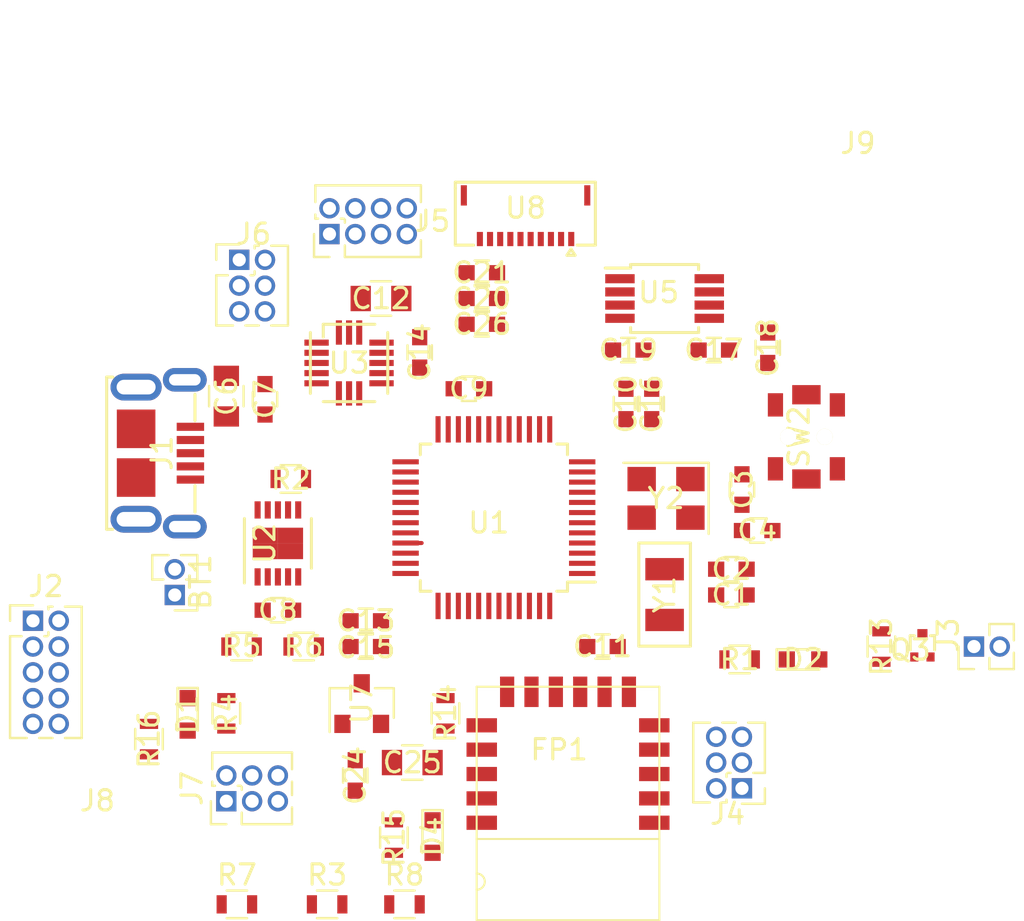
<source format=kicad_pcb>
(kicad_pcb (version 4) (host pcbnew 4.0.7)

  (general
    (links 178)
    (no_connects 178)
    (area 115.829818 72.289635 174.1978 124.4728)
    (thickness 1.6)
    (drawings 12)
    (tracks 1)
    (zones 0)
    (modules 59)
    (nets 50)
  )

  (page A4)
  (layers
    (0 F.Cu signal)
    (31 B.Cu signal)
    (32 B.Adhes user)
    (33 F.Adhes user)
    (34 B.Paste user)
    (35 F.Paste user)
    (36 B.SilkS user)
    (37 F.SilkS user)
    (38 B.Mask user)
    (39 F.Mask user)
    (40 Dwgs.User user)
    (41 Cmts.User user)
    (42 Eco1.User user)
    (43 Eco2.User user)
    (44 Edge.Cuts user)
    (45 Margin user)
    (46 B.CrtYd user)
    (47 F.CrtYd user)
    (48 B.Fab user)
    (49 F.Fab user hide)
  )

  (setup
    (last_trace_width 0.2032)
    (user_trace_width 0.254)
    (user_trace_width 0.381)
    (user_trace_width 0.508)
    (user_trace_width 0.762)
    (trace_clearance 0.1778)
    (zone_clearance 0.508)
    (zone_45_only no)
    (trace_min 0.1524)
    (segment_width 0.2)
    (edge_width 0.1)
    (via_size 0.6)
    (via_drill 0.4)
    (via_min_size 0.4)
    (via_min_drill 0.3)
    (uvia_size 0.3)
    (uvia_drill 0.1)
    (uvias_allowed no)
    (uvia_min_size 0)
    (uvia_min_drill 0)
    (pcb_text_width 0.3)
    (pcb_text_size 1.5 1.5)
    (mod_edge_width 0.15)
    (mod_text_size 1 1)
    (mod_text_width 0.15)
    (pad_size 1.5 1.5)
    (pad_drill 0.6)
    (pad_to_mask_clearance 0)
    (aux_axis_origin 0 0)
    (visible_elements FFFFFF7F)
    (pcbplotparams
      (layerselection 0x00030_80000001)
      (usegerberextensions false)
      (excludeedgelayer true)
      (linewidth 0.100000)
      (plotframeref false)
      (viasonmask false)
      (mode 1)
      (useauxorigin false)
      (hpglpennumber 1)
      (hpglpenspeed 20)
      (hpglpendiameter 15)
      (hpglpenoverlay 2)
      (psnegative false)
      (psa4output false)
      (plotreference true)
      (plotvalue true)
      (plotinvisibletext false)
      (padsonsilk false)
      (subtractmaskfromsilk false)
      (outputformat 1)
      (mirror false)
      (drillshape 1)
      (scaleselection 1)
      (outputdirectory ""))
  )

  (net 0 "")
  (net 1 "Net-(BT1-Pad1)")
  (net 2 GND)
  (net 3 "Net-(C1-Pad1)")
  (net 4 "Net-(C2-Pad1)")
  (net 5 "Net-(C3-Pad1)")
  (net 6 "Net-(C4-Pad1)")
  (net 7 "Net-(C6-Pad1)")
  (net 8 +3V3)
  (net 9 "Net-(C18-Pad1)")
  (net 10 "Net-(C18-Pad2)")
  (net 11 "Net-(C19-Pad1)")
  (net 12 "Net-(C19-Pad2)")
  (net 13 +5V)
  (net 14 /BLE_nRST)
  (net 15 /DISP_EN)
  (net 16 "Net-(D2-Pad1)")
  (net 17 "Net-(D4-Pad2)")
  (net 18 "Net-(D4-Pad1)")
  (net 19 /RX_BLE)
  (net 20 /TX_BLE)
  (net 21 /BLE_CONF)
  (net 22 /TMS)
  (net 23 /TCK)
  (net 24 /TDO)
  (net 25 /TDI)
  (net 26 /STM_NRST)
  (net 27 /DISP_SCS)
  (net 28 /DISP_SDI)
  (net 29 /DISP_SCLK)
  (net 30 /EXTCOMIN)
  (net 31 /5V_EN)
  (net 32 /ACC_SCK)
  (net 33 /ACC_CS)
  (net 34 /ACC_SDI)
  (net 35 /ACC_SDO)
  (net 36 /MOTOR_EN)
  (net 37 /LED_1)
  (net 38 "Net-(R2-Pad1)")
  (net 39 "Net-(D1-Pad1)")
  (net 40 /CHRG_STAT)
  (net 41 "Net-(R5-Pad2)")
  (net 42 /ACC_INT1)
  (net 43 /ACC_INT2)
  (net 44 "Net-(J3-Pad2)")
  (net 45 /USB_N)
  (net 46 /USB_P)
  (net 47 /BUTTON1)
  (net 48 /BUTTON3)
  (net 49 /BUTTON2)

  (net_class Default "This is the default net class."
    (clearance 0.1778)
    (trace_width 0.2032)
    (via_dia 0.6)
    (via_drill 0.4)
    (uvia_dia 0.3)
    (uvia_drill 0.1)
    (add_net +3V3)
    (add_net +5V)
    (add_net /5V_EN)
    (add_net /ACC_CS)
    (add_net /ACC_INT1)
    (add_net /ACC_INT2)
    (add_net /ACC_SCK)
    (add_net /ACC_SDI)
    (add_net /ACC_SDO)
    (add_net /BLE_CONF)
    (add_net /BLE_nRST)
    (add_net /BUTTON1)
    (add_net /BUTTON2)
    (add_net /BUTTON3)
    (add_net /CHRG_STAT)
    (add_net /DISP_EN)
    (add_net /DISP_SCLK)
    (add_net /DISP_SCS)
    (add_net /DISP_SDI)
    (add_net /EXTCOMIN)
    (add_net /LED_1)
    (add_net /MOTOR_EN)
    (add_net /RX_BLE)
    (add_net /STM_NRST)
    (add_net /TCK)
    (add_net /TDI)
    (add_net /TDO)
    (add_net /TMS)
    (add_net /TX_BLE)
    (add_net /USB_N)
    (add_net /USB_P)
    (add_net GND)
    (add_net "Net-(BT1-Pad1)")
    (add_net "Net-(C1-Pad1)")
    (add_net "Net-(C18-Pad1)")
    (add_net "Net-(C18-Pad2)")
    (add_net "Net-(C19-Pad1)")
    (add_net "Net-(C19-Pad2)")
    (add_net "Net-(C2-Pad1)")
    (add_net "Net-(C3-Pad1)")
    (add_net "Net-(C4-Pad1)")
    (add_net "Net-(C6-Pad1)")
    (add_net "Net-(D1-Pad1)")
    (add_net "Net-(D2-Pad1)")
    (add_net "Net-(D4-Pad1)")
    (add_net "Net-(D4-Pad2)")
    (add_net "Net-(J3-Pad2)")
    (add_net "Net-(R2-Pad1)")
    (add_net "Net-(R5-Pad2)")
  )

  (module prusto_watch:USB_microB_2040002-1 (layer F.Cu) (tedit 59A061AF) (tstamp 5ABD7FFB)
    (at 128.905 94.615 270)
    (descr "Micro USB Type B 10103594-0001LF")
    (tags "USB USB_B USB_micro USB_OTG")
    (path /59F8E272)
    (attr smd)
    (fp_text reference J1 (at 0 -1.27 270) (layer F.SilkS)
      (effects (font (size 1 1) (thickness 0.15)))
    )
    (fp_text value USB_microB_2040002-1 (at 0 2.54 270) (layer F.Fab)
      (effects (font (size 1 1) (thickness 0.15)))
    )
    (fp_line (start 1.6 -2.9) (end 2.9 -2.9) (layer F.SilkS) (width 0.15))
    (fp_line (start -2.9 -2.9) (end -1.6 -2.9) (layer F.SilkS) (width 0.15))
    (fp_line (start 3.75 1.45) (end 3.75 1.15) (layer F.SilkS) (width 0.15))
    (fp_line (start 3.75 1.45) (end -3.75 1.45) (layer F.SilkS) (width 0.15))
    (fp_line (start -3.75 1.45) (end -3.75 1.15) (layer F.SilkS) (width 0.15))
    (pad 1 smd rect (at -1.3 -2.675 270) (size 0.4 1.35) (layers F.Cu F.Paste F.Mask)
      (net 7 "Net-(C6-Pad1)"))
    (pad 2 smd rect (at -0.65 -2.675 270) (size 0.4 1.35) (layers F.Cu F.Paste F.Mask)
      (net 45 /USB_N))
    (pad 3 smd rect (at 0 -2.675 270) (size 0.4 1.35) (layers F.Cu F.Paste F.Mask)
      (net 46 /USB_P))
    (pad 4 smd rect (at 0.65 -2.675 270) (size 0.4 1.35) (layers F.Cu F.Paste F.Mask))
    (pad 5 smd rect (at 1.3 -2.675 270) (size 0.4 1.35) (layers F.Cu F.Paste F.Mask)
      (net 2 GND))
    (pad 11 thru_hole oval (at -3.615 -2.4 270) (size 1.16 2.16) (drill oval 0.56 1.56) (layers *.Cu *.Mask)
      (net 2 GND))
    (pad 6 thru_hole oval (at 3.615 -2.4 270) (size 1.16 2.16) (drill oval 0.56 1.56) (layers *.Cu *.Mask)
      (net 2 GND))
    (pad 10 thru_hole oval (at -3.255 0 270) (size 1.32 2.52) (drill oval 0.72 1.92) (layers *.Cu *.Mask)
      (net 2 GND))
    (pad 7 thru_hole oval (at 3.255 0 270) (size 1.32 2.52) (drill oval 0.72 1.92) (layers *.Cu *.Mask)
      (net 2 GND))
    (pad 9 smd rect (at -1.2 0 270) (size 1.9 1.9) (layers F.Cu F.Paste F.Mask)
      (net 2 GND))
    (pad 8 smd rect (at 1.2 0 270) (size 1.9 1.9) (layers F.Cu F.Paste F.Mask)
      (net 2 GND))
    (model /Users/bminch/Documents/KiCad/3dshapes/USB_microB_2040002-1.wrl
      (at (xyz 0 -0.10826771653 0.047244))
      (scale (xyz 0.393701 0.393701 0.393701))
      (rotate (xyz -90 0 0))
    )
  )

  (module Capacitors_SMD:C_0603 (layer F.Cu) (tedit 59958EE7) (tstamp 5ABD7E4A)
    (at 158.23 101.6)
    (descr "Capacitor SMD 0603, reflow soldering, AVX (see smccp.pdf)")
    (tags "capacitor 0603")
    (path /59FFF1C1)
    (attr smd)
    (fp_text reference C1 (at 0 0) (layer F.SilkS)
      (effects (font (size 1 1) (thickness 0.15)))
    )
    (fp_text value 12.5pF (at 0 1.5) (layer F.Fab)
      (effects (font (size 1 1) (thickness 0.15)))
    )
    (fp_line (start 1.4 0.65) (end -1.4 0.65) (layer F.CrtYd) (width 0.05))
    (fp_line (start 1.4 0.65) (end 1.4 -0.65) (layer F.CrtYd) (width 0.05))
    (fp_line (start -1.4 -0.65) (end -1.4 0.65) (layer F.CrtYd) (width 0.05))
    (fp_line (start -1.4 -0.65) (end 1.4 -0.65) (layer F.CrtYd) (width 0.05))
    (fp_line (start 0.35 0.6) (end -0.35 0.6) (layer F.SilkS) (width 0.12))
    (fp_line (start -0.35 -0.6) (end 0.35 -0.6) (layer F.SilkS) (width 0.12))
    (fp_line (start -0.8 -0.4) (end 0.8 -0.4) (layer F.Fab) (width 0.1))
    (fp_line (start 0.8 -0.4) (end 0.8 0.4) (layer F.Fab) (width 0.1))
    (fp_line (start 0.8 0.4) (end -0.8 0.4) (layer F.Fab) (width 0.1))
    (fp_line (start -0.8 0.4) (end -0.8 -0.4) (layer F.Fab) (width 0.1))
    (fp_text user %R (at 0 0) (layer F.Fab)
      (effects (font (size 0.3 0.3) (thickness 0.075)))
    )
    (pad 2 smd rect (at 0.75 0) (size 0.8 0.75) (layers F.Cu F.Paste F.Mask)
      (net 2 GND))
    (pad 1 smd rect (at -0.75 0) (size 0.8 0.75) (layers F.Cu F.Paste F.Mask)
      (net 3 "Net-(C1-Pad1)"))
    (model Capacitors_SMD.3dshapes/C_0603.wrl
      (at (xyz 0 0 0))
      (scale (xyz 1 1 1))
      (rotate (xyz 0 0 0))
    )
  )

  (module Capacitors_SMD:C_0603 (layer F.Cu) (tedit 59958EE7) (tstamp 5ABD7E5B)
    (at 158.23 100.33)
    (descr "Capacitor SMD 0603, reflow soldering, AVX (see smccp.pdf)")
    (tags "capacitor 0603")
    (path /59FFF26A)
    (attr smd)
    (fp_text reference C2 (at 0 0) (layer F.SilkS)
      (effects (font (size 1 1) (thickness 0.15)))
    )
    (fp_text value 12.5pF (at 0 1.5) (layer F.Fab)
      (effects (font (size 1 1) (thickness 0.15)))
    )
    (fp_line (start 1.4 0.65) (end -1.4 0.65) (layer F.CrtYd) (width 0.05))
    (fp_line (start 1.4 0.65) (end 1.4 -0.65) (layer F.CrtYd) (width 0.05))
    (fp_line (start -1.4 -0.65) (end -1.4 0.65) (layer F.CrtYd) (width 0.05))
    (fp_line (start -1.4 -0.65) (end 1.4 -0.65) (layer F.CrtYd) (width 0.05))
    (fp_line (start 0.35 0.6) (end -0.35 0.6) (layer F.SilkS) (width 0.12))
    (fp_line (start -0.35 -0.6) (end 0.35 -0.6) (layer F.SilkS) (width 0.12))
    (fp_line (start -0.8 -0.4) (end 0.8 -0.4) (layer F.Fab) (width 0.1))
    (fp_line (start 0.8 -0.4) (end 0.8 0.4) (layer F.Fab) (width 0.1))
    (fp_line (start 0.8 0.4) (end -0.8 0.4) (layer F.Fab) (width 0.1))
    (fp_line (start -0.8 0.4) (end -0.8 -0.4) (layer F.Fab) (width 0.1))
    (fp_text user %R (at 0 0) (layer F.Fab)
      (effects (font (size 0.3 0.3) (thickness 0.075)))
    )
    (pad 2 smd rect (at 0.75 0) (size 0.8 0.75) (layers F.Cu F.Paste F.Mask)
      (net 2 GND))
    (pad 1 smd rect (at -0.75 0) (size 0.8 0.75) (layers F.Cu F.Paste F.Mask)
      (net 4 "Net-(C2-Pad1)"))
    (model Capacitors_SMD.3dshapes/C_0603.wrl
      (at (xyz 0 0 0))
      (scale (xyz 1 1 1))
      (rotate (xyz 0 0 0))
    )
  )

  (module Capacitors_SMD:C_0805 (layer F.Cu) (tedit 58AA8463) (tstamp 5ABD7E9F)
    (at 133.35 91.805 90)
    (descr "Capacitor SMD 0805, reflow soldering, AVX (see smccp.pdf)")
    (tags "capacitor 0805")
    (path /59FED2E9)
    (attr smd)
    (fp_text reference C6 (at 0 0 90) (layer F.SilkS)
      (effects (font (size 1 1) (thickness 0.15)))
    )
    (fp_text value 10uF (at 0 1.75 90) (layer F.Fab)
      (effects (font (size 1 1) (thickness 0.15)))
    )
    (fp_text user %R (at 0 -1.5 90) (layer F.Fab)
      (effects (font (size 1 1) (thickness 0.15)))
    )
    (fp_line (start -1 0.62) (end -1 -0.62) (layer F.Fab) (width 0.1))
    (fp_line (start 1 0.62) (end -1 0.62) (layer F.Fab) (width 0.1))
    (fp_line (start 1 -0.62) (end 1 0.62) (layer F.Fab) (width 0.1))
    (fp_line (start -1 -0.62) (end 1 -0.62) (layer F.Fab) (width 0.1))
    (fp_line (start 0.5 -0.85) (end -0.5 -0.85) (layer F.SilkS) (width 0.12))
    (fp_line (start -0.5 0.85) (end 0.5 0.85) (layer F.SilkS) (width 0.12))
    (fp_line (start -1.75 -0.88) (end 1.75 -0.88) (layer F.CrtYd) (width 0.05))
    (fp_line (start -1.75 -0.88) (end -1.75 0.87) (layer F.CrtYd) (width 0.05))
    (fp_line (start 1.75 0.87) (end 1.75 -0.88) (layer F.CrtYd) (width 0.05))
    (fp_line (start 1.75 0.87) (end -1.75 0.87) (layer F.CrtYd) (width 0.05))
    (pad 1 smd rect (at -1 0 90) (size 1 1.25) (layers F.Cu F.Paste F.Mask)
      (net 7 "Net-(C6-Pad1)"))
    (pad 2 smd rect (at 1 0 90) (size 1 1.25) (layers F.Cu F.Paste F.Mask)
      (net 2 GND))
    (model Capacitors_SMD.3dshapes/C_0805.wrl
      (at (xyz 0 0 0))
      (scale (xyz 1 1 1))
      (rotate (xyz 0 0 0))
    )
  )

  (module Capacitors_SMD:C_0603 (layer F.Cu) (tedit 59958EE7) (tstamp 5ABD7EB0)
    (at 145.3 91.44)
    (descr "Capacitor SMD 0603, reflow soldering, AVX (see smccp.pdf)")
    (tags "capacitor 0603")
    (path /59FB62BE)
    (attr smd)
    (fp_text reference C9 (at 0 0) (layer F.SilkS)
      (effects (font (size 1 1) (thickness 0.15)))
    )
    (fp_text value 100nF (at 0 1.5) (layer F.Fab)
      (effects (font (size 1 1) (thickness 0.15)))
    )
    (fp_line (start 1.4 0.65) (end -1.4 0.65) (layer F.CrtYd) (width 0.05))
    (fp_line (start 1.4 0.65) (end 1.4 -0.65) (layer F.CrtYd) (width 0.05))
    (fp_line (start -1.4 -0.65) (end -1.4 0.65) (layer F.CrtYd) (width 0.05))
    (fp_line (start -1.4 -0.65) (end 1.4 -0.65) (layer F.CrtYd) (width 0.05))
    (fp_line (start 0.35 0.6) (end -0.35 0.6) (layer F.SilkS) (width 0.12))
    (fp_line (start -0.35 -0.6) (end 0.35 -0.6) (layer F.SilkS) (width 0.12))
    (fp_line (start -0.8 -0.4) (end 0.8 -0.4) (layer F.Fab) (width 0.1))
    (fp_line (start 0.8 -0.4) (end 0.8 0.4) (layer F.Fab) (width 0.1))
    (fp_line (start 0.8 0.4) (end -0.8 0.4) (layer F.Fab) (width 0.1))
    (fp_line (start -0.8 0.4) (end -0.8 -0.4) (layer F.Fab) (width 0.1))
    (fp_text user %R (at 0 0) (layer F.Fab)
      (effects (font (size 0.3 0.3) (thickness 0.075)))
    )
    (pad 2 smd rect (at 0.75 0) (size 0.8 0.75) (layers F.Cu F.Paste F.Mask)
      (net 2 GND))
    (pad 1 smd rect (at -0.75 0) (size 0.8 0.75) (layers F.Cu F.Paste F.Mask)
      (net 8 +3V3))
    (model Capacitors_SMD.3dshapes/C_0603.wrl
      (at (xyz 0 0 0))
      (scale (xyz 1 1 1))
      (rotate (xyz 0 0 0))
    )
  )

  (module Capacitors_SMD:C_0603 (layer F.Cu) (tedit 59958EE7) (tstamp 5ABD7EC1)
    (at 153.035 92.19 90)
    (descr "Capacitor SMD 0603, reflow soldering, AVX (see smccp.pdf)")
    (tags "capacitor 0603")
    (path /59FB68F5)
    (attr smd)
    (fp_text reference C10 (at 0 0 90) (layer F.SilkS)
      (effects (font (size 1 1) (thickness 0.15)))
    )
    (fp_text value 100nF (at 0 1.5 90) (layer F.Fab)
      (effects (font (size 1 1) (thickness 0.15)))
    )
    (fp_line (start 1.4 0.65) (end -1.4 0.65) (layer F.CrtYd) (width 0.05))
    (fp_line (start 1.4 0.65) (end 1.4 -0.65) (layer F.CrtYd) (width 0.05))
    (fp_line (start -1.4 -0.65) (end -1.4 0.65) (layer F.CrtYd) (width 0.05))
    (fp_line (start -1.4 -0.65) (end 1.4 -0.65) (layer F.CrtYd) (width 0.05))
    (fp_line (start 0.35 0.6) (end -0.35 0.6) (layer F.SilkS) (width 0.12))
    (fp_line (start -0.35 -0.6) (end 0.35 -0.6) (layer F.SilkS) (width 0.12))
    (fp_line (start -0.8 -0.4) (end 0.8 -0.4) (layer F.Fab) (width 0.1))
    (fp_line (start 0.8 -0.4) (end 0.8 0.4) (layer F.Fab) (width 0.1))
    (fp_line (start 0.8 0.4) (end -0.8 0.4) (layer F.Fab) (width 0.1))
    (fp_line (start -0.8 0.4) (end -0.8 -0.4) (layer F.Fab) (width 0.1))
    (fp_text user %R (at 0 0 90) (layer F.Fab)
      (effects (font (size 0.3 0.3) (thickness 0.075)))
    )
    (pad 2 smd rect (at 0.75 0 90) (size 0.8 0.75) (layers F.Cu F.Paste F.Mask)
      (net 2 GND))
    (pad 1 smd rect (at -0.75 0 90) (size 0.8 0.75) (layers F.Cu F.Paste F.Mask)
      (net 8 +3V3))
    (model Capacitors_SMD.3dshapes/C_0603.wrl
      (at (xyz 0 0 0))
      (scale (xyz 1 1 1))
      (rotate (xyz 0 0 0))
    )
  )

  (module Capacitors_SMD:C_0603 (layer F.Cu) (tedit 59958EE7) (tstamp 5ABD7ED2)
    (at 151.88 104.14)
    (descr "Capacitor SMD 0603, reflow soldering, AVX (see smccp.pdf)")
    (tags "capacitor 0603")
    (path /59FB69A6)
    (attr smd)
    (fp_text reference C11 (at 0 0) (layer F.SilkS)
      (effects (font (size 1 1) (thickness 0.15)))
    )
    (fp_text value 100nF (at 0 1.5) (layer F.Fab)
      (effects (font (size 1 1) (thickness 0.15)))
    )
    (fp_line (start 1.4 0.65) (end -1.4 0.65) (layer F.CrtYd) (width 0.05))
    (fp_line (start 1.4 0.65) (end 1.4 -0.65) (layer F.CrtYd) (width 0.05))
    (fp_line (start -1.4 -0.65) (end -1.4 0.65) (layer F.CrtYd) (width 0.05))
    (fp_line (start -1.4 -0.65) (end 1.4 -0.65) (layer F.CrtYd) (width 0.05))
    (fp_line (start 0.35 0.6) (end -0.35 0.6) (layer F.SilkS) (width 0.12))
    (fp_line (start -0.35 -0.6) (end 0.35 -0.6) (layer F.SilkS) (width 0.12))
    (fp_line (start -0.8 -0.4) (end 0.8 -0.4) (layer F.Fab) (width 0.1))
    (fp_line (start 0.8 -0.4) (end 0.8 0.4) (layer F.Fab) (width 0.1))
    (fp_line (start 0.8 0.4) (end -0.8 0.4) (layer F.Fab) (width 0.1))
    (fp_line (start -0.8 0.4) (end -0.8 -0.4) (layer F.Fab) (width 0.1))
    (fp_text user %R (at 0 0) (layer F.Fab)
      (effects (font (size 0.3 0.3) (thickness 0.075)))
    )
    (pad 2 smd rect (at 0.75 0) (size 0.8 0.75) (layers F.Cu F.Paste F.Mask)
      (net 2 GND))
    (pad 1 smd rect (at -0.75 0) (size 0.8 0.75) (layers F.Cu F.Paste F.Mask)
      (net 8 +3V3))
    (model Capacitors_SMD.3dshapes/C_0603.wrl
      (at (xyz 0 0 0))
      (scale (xyz 1 1 1))
      (rotate (xyz 0 0 0))
    )
  )

  (module Capacitors_SMD:C_0603 (layer F.Cu) (tedit 59958EE7) (tstamp 5ABD7EE3)
    (at 140.22 102.87 180)
    (descr "Capacitor SMD 0603, reflow soldering, AVX (see smccp.pdf)")
    (tags "capacitor 0603")
    (path /59FB6A1C)
    (attr smd)
    (fp_text reference C13 (at 0 0 180) (layer F.SilkS)
      (effects (font (size 1 1) (thickness 0.15)))
    )
    (fp_text value 100nF (at 0 1.5 180) (layer F.Fab)
      (effects (font (size 1 1) (thickness 0.15)))
    )
    (fp_line (start 1.4 0.65) (end -1.4 0.65) (layer F.CrtYd) (width 0.05))
    (fp_line (start 1.4 0.65) (end 1.4 -0.65) (layer F.CrtYd) (width 0.05))
    (fp_line (start -1.4 -0.65) (end -1.4 0.65) (layer F.CrtYd) (width 0.05))
    (fp_line (start -1.4 -0.65) (end 1.4 -0.65) (layer F.CrtYd) (width 0.05))
    (fp_line (start 0.35 0.6) (end -0.35 0.6) (layer F.SilkS) (width 0.12))
    (fp_line (start -0.35 -0.6) (end 0.35 -0.6) (layer F.SilkS) (width 0.12))
    (fp_line (start -0.8 -0.4) (end 0.8 -0.4) (layer F.Fab) (width 0.1))
    (fp_line (start 0.8 -0.4) (end 0.8 0.4) (layer F.Fab) (width 0.1))
    (fp_line (start 0.8 0.4) (end -0.8 0.4) (layer F.Fab) (width 0.1))
    (fp_line (start -0.8 0.4) (end -0.8 -0.4) (layer F.Fab) (width 0.1))
    (fp_text user %R (at 0 0 180) (layer F.Fab)
      (effects (font (size 0.3 0.3) (thickness 0.075)))
    )
    (pad 2 smd rect (at 0.75 0 180) (size 0.8 0.75) (layers F.Cu F.Paste F.Mask)
      (net 2 GND))
    (pad 1 smd rect (at -0.75 0 180) (size 0.8 0.75) (layers F.Cu F.Paste F.Mask)
      (net 8 +3V3))
    (model Capacitors_SMD.3dshapes/C_0603.wrl
      (at (xyz 0 0 0))
      (scale (xyz 1 1 1))
      (rotate (xyz 0 0 0))
    )
  )

  (module Capacitors_SMD:C_0603 (layer F.Cu) (tedit 59958EE7) (tstamp 5ABD7EF4)
    (at 140.22 104.14 180)
    (descr "Capacitor SMD 0603, reflow soldering, AVX (see smccp.pdf)")
    (tags "capacitor 0603")
    (path /59FB6E37)
    (attr smd)
    (fp_text reference C15 (at 0 -0.049 180) (layer F.SilkS)
      (effects (font (size 1 1) (thickness 0.15)))
    )
    (fp_text value 100nF (at 0 1.5 180) (layer F.Fab)
      (effects (font (size 1 1) (thickness 0.15)))
    )
    (fp_line (start 1.4 0.65) (end -1.4 0.65) (layer F.CrtYd) (width 0.05))
    (fp_line (start 1.4 0.65) (end 1.4 -0.65) (layer F.CrtYd) (width 0.05))
    (fp_line (start -1.4 -0.65) (end -1.4 0.65) (layer F.CrtYd) (width 0.05))
    (fp_line (start -1.4 -0.65) (end 1.4 -0.65) (layer F.CrtYd) (width 0.05))
    (fp_line (start 0.35 0.6) (end -0.35 0.6) (layer F.SilkS) (width 0.12))
    (fp_line (start -0.35 -0.6) (end 0.35 -0.6) (layer F.SilkS) (width 0.12))
    (fp_line (start -0.8 -0.4) (end 0.8 -0.4) (layer F.Fab) (width 0.1))
    (fp_line (start 0.8 -0.4) (end 0.8 0.4) (layer F.Fab) (width 0.1))
    (fp_line (start 0.8 0.4) (end -0.8 0.4) (layer F.Fab) (width 0.1))
    (fp_line (start -0.8 0.4) (end -0.8 -0.4) (layer F.Fab) (width 0.1))
    (fp_text user %R (at 0 0 180) (layer F.Fab)
      (effects (font (size 0.3 0.3) (thickness 0.075)))
    )
    (pad 2 smd rect (at 0.75 0 180) (size 0.8 0.75) (layers F.Cu F.Paste F.Mask)
      (net 2 GND))
    (pad 1 smd rect (at -0.75 0 180) (size 0.8 0.75) (layers F.Cu F.Paste F.Mask)
      (net 8 +3V3))
    (model Capacitors_SMD.3dshapes/C_0603.wrl
      (at (xyz 0 0 0))
      (scale (xyz 1 1 1))
      (rotate (xyz 0 0 0))
    )
  )

  (module Capacitors_SMD:C_0603 (layer F.Cu) (tedit 59958EE7) (tstamp 5ABD7F05)
    (at 154.305 92.19 90)
    (descr "Capacitor SMD 0603, reflow soldering, AVX (see smccp.pdf)")
    (tags "capacitor 0603")
    (path /59FB6EB5)
    (attr smd)
    (fp_text reference C16 (at 0 0 90) (layer F.SilkS)
      (effects (font (size 1 1) (thickness 0.15)))
    )
    (fp_text value 100nF (at 0 1.5 90) (layer F.Fab)
      (effects (font (size 1 1) (thickness 0.15)))
    )
    (fp_line (start 1.4 0.65) (end -1.4 0.65) (layer F.CrtYd) (width 0.05))
    (fp_line (start 1.4 0.65) (end 1.4 -0.65) (layer F.CrtYd) (width 0.05))
    (fp_line (start -1.4 -0.65) (end -1.4 0.65) (layer F.CrtYd) (width 0.05))
    (fp_line (start -1.4 -0.65) (end 1.4 -0.65) (layer F.CrtYd) (width 0.05))
    (fp_line (start 0.35 0.6) (end -0.35 0.6) (layer F.SilkS) (width 0.12))
    (fp_line (start -0.35 -0.6) (end 0.35 -0.6) (layer F.SilkS) (width 0.12))
    (fp_line (start -0.8 -0.4) (end 0.8 -0.4) (layer F.Fab) (width 0.1))
    (fp_line (start 0.8 -0.4) (end 0.8 0.4) (layer F.Fab) (width 0.1))
    (fp_line (start 0.8 0.4) (end -0.8 0.4) (layer F.Fab) (width 0.1))
    (fp_line (start -0.8 0.4) (end -0.8 -0.4) (layer F.Fab) (width 0.1))
    (fp_text user %R (at 0 0 90) (layer F.Fab)
      (effects (font (size 0.3 0.3) (thickness 0.075)))
    )
    (pad 2 smd rect (at 0.75 0 90) (size 0.8 0.75) (layers F.Cu F.Paste F.Mask)
      (net 2 GND))
    (pad 1 smd rect (at -0.75 0 90) (size 0.8 0.75) (layers F.Cu F.Paste F.Mask)
      (net 8 +3V3))
    (model Capacitors_SMD.3dshapes/C_0603.wrl
      (at (xyz 0 0 0))
      (scale (xyz 1 1 1))
      (rotate (xyz 0 0 0))
    )
  )

  (module Capacitors_SMD:C_0603 (layer F.Cu) (tedit 59958EE7) (tstamp 5ABD7F49)
    (at 145.935 86.995 180)
    (descr "Capacitor SMD 0603, reflow soldering, AVX (see smccp.pdf)")
    (tags "capacitor 0603")
    (path /59FCEEC7)
    (attr smd)
    (fp_text reference C20 (at 0 0 180) (layer F.SilkS)
      (effects (font (size 1 1) (thickness 0.15)))
    )
    (fp_text value 100nF (at 0 1.5 180) (layer F.Fab)
      (effects (font (size 1 1) (thickness 0.15)))
    )
    (fp_line (start 1.4 0.65) (end -1.4 0.65) (layer F.CrtYd) (width 0.05))
    (fp_line (start 1.4 0.65) (end 1.4 -0.65) (layer F.CrtYd) (width 0.05))
    (fp_line (start -1.4 -0.65) (end -1.4 0.65) (layer F.CrtYd) (width 0.05))
    (fp_line (start -1.4 -0.65) (end 1.4 -0.65) (layer F.CrtYd) (width 0.05))
    (fp_line (start 0.35 0.6) (end -0.35 0.6) (layer F.SilkS) (width 0.12))
    (fp_line (start -0.35 -0.6) (end 0.35 -0.6) (layer F.SilkS) (width 0.12))
    (fp_line (start -0.8 -0.4) (end 0.8 -0.4) (layer F.Fab) (width 0.1))
    (fp_line (start 0.8 -0.4) (end 0.8 0.4) (layer F.Fab) (width 0.1))
    (fp_line (start 0.8 0.4) (end -0.8 0.4) (layer F.Fab) (width 0.1))
    (fp_line (start -0.8 0.4) (end -0.8 -0.4) (layer F.Fab) (width 0.1))
    (fp_text user %R (at 0 0 180) (layer F.Fab)
      (effects (font (size 0.3 0.3) (thickness 0.075)))
    )
    (pad 2 smd rect (at 0.75 0 180) (size 0.8 0.75) (layers F.Cu F.Paste F.Mask)
      (net 2 GND))
    (pad 1 smd rect (at -0.75 0 180) (size 0.8 0.75) (layers F.Cu F.Paste F.Mask)
      (net 13 +5V))
    (model Capacitors_SMD.3dshapes/C_0603.wrl
      (at (xyz 0 0 0))
      (scale (xyz 1 1 1))
      (rotate (xyz 0 0 0))
    )
  )

  (module Capacitors_SMD:C_0805 (layer F.Cu) (tedit 58AA8463) (tstamp 5ABD7F7C)
    (at 142.51 109.855)
    (descr "Capacitor SMD 0805, reflow soldering, AVX (see smccp.pdf)")
    (tags "capacitor 0805")
    (path /59FAF3C1)
    (attr smd)
    (fp_text reference C25 (at 0 0) (layer F.SilkS)
      (effects (font (size 1 1) (thickness 0.15)))
    )
    (fp_text value 10uF (at 0 1.75) (layer F.Fab)
      (effects (font (size 1 1) (thickness 0.15)))
    )
    (fp_text user %R (at 0 -1.5) (layer F.Fab)
      (effects (font (size 1 1) (thickness 0.15)))
    )
    (fp_line (start -1 0.62) (end -1 -0.62) (layer F.Fab) (width 0.1))
    (fp_line (start 1 0.62) (end -1 0.62) (layer F.Fab) (width 0.1))
    (fp_line (start 1 -0.62) (end 1 0.62) (layer F.Fab) (width 0.1))
    (fp_line (start -1 -0.62) (end 1 -0.62) (layer F.Fab) (width 0.1))
    (fp_line (start 0.5 -0.85) (end -0.5 -0.85) (layer F.SilkS) (width 0.12))
    (fp_line (start -0.5 0.85) (end 0.5 0.85) (layer F.SilkS) (width 0.12))
    (fp_line (start -1.75 -0.88) (end 1.75 -0.88) (layer F.CrtYd) (width 0.05))
    (fp_line (start -1.75 -0.88) (end -1.75 0.87) (layer F.CrtYd) (width 0.05))
    (fp_line (start 1.75 0.87) (end 1.75 -0.88) (layer F.CrtYd) (width 0.05))
    (fp_line (start 1.75 0.87) (end -1.75 0.87) (layer F.CrtYd) (width 0.05))
    (pad 1 smd rect (at -1 0) (size 1 1.25) (layers F.Cu F.Paste F.Mask)
      (net 2 GND))
    (pad 2 smd rect (at 1 0) (size 1 1.25) (layers F.Cu F.Paste F.Mask)
      (net 8 +3V3))
    (model Capacitors_SMD.3dshapes/C_0805.wrl
      (at (xyz 0 0 0))
      (scale (xyz 1 1 1))
      (rotate (xyz 0 0 0))
    )
  )

  (module Capacitors_SMD:C_0603 (layer F.Cu) (tedit 59958EE7) (tstamp 5ABD7F8D)
    (at 145.935 88.265 180)
    (descr "Capacitor SMD 0603, reflow soldering, AVX (see smccp.pdf)")
    (tags "capacitor 0603")
    (path /59FCFD4C)
    (attr smd)
    (fp_text reference C26 (at 0 0 180) (layer F.SilkS)
      (effects (font (size 1 1) (thickness 0.15)))
    )
    (fp_text value 100nF (at 0 1.5 180) (layer F.Fab)
      (effects (font (size 1 1) (thickness 0.15)))
    )
    (fp_line (start 1.4 0.65) (end -1.4 0.65) (layer F.CrtYd) (width 0.05))
    (fp_line (start 1.4 0.65) (end 1.4 -0.65) (layer F.CrtYd) (width 0.05))
    (fp_line (start -1.4 -0.65) (end -1.4 0.65) (layer F.CrtYd) (width 0.05))
    (fp_line (start -1.4 -0.65) (end 1.4 -0.65) (layer F.CrtYd) (width 0.05))
    (fp_line (start 0.35 0.6) (end -0.35 0.6) (layer F.SilkS) (width 0.12))
    (fp_line (start -0.35 -0.6) (end 0.35 -0.6) (layer F.SilkS) (width 0.12))
    (fp_line (start -0.8 -0.4) (end 0.8 -0.4) (layer F.Fab) (width 0.1))
    (fp_line (start 0.8 -0.4) (end 0.8 0.4) (layer F.Fab) (width 0.1))
    (fp_line (start 0.8 0.4) (end -0.8 0.4) (layer F.Fab) (width 0.1))
    (fp_line (start -0.8 0.4) (end -0.8 -0.4) (layer F.Fab) (width 0.1))
    (fp_text user %R (at 0 0 180) (layer F.Fab)
      (effects (font (size 0.3 0.3) (thickness 0.075)))
    )
    (pad 2 smd rect (at 0.75 0 180) (size 0.8 0.75) (layers F.Cu F.Paste F.Mask)
      (net 2 GND))
    (pad 1 smd rect (at -0.75 0 180) (size 0.8 0.75) (layers F.Cu F.Paste F.Mask)
      (net 15 /DISP_EN))
    (model Capacitors_SMD.3dshapes/C_0603.wrl
      (at (xyz 0 0 0))
      (scale (xyz 1 1 1))
      (rotate (xyz 0 0 0))
    )
  )

  (module prusto_watch:BM71BLES1FC2 (layer F.Cu) (tedit 59D96814) (tstamp 5ABD7FE7)
    (at 154.682 106.12 180)
    (path /5ABE7EB9)
    (fp_text reference FP1 (at 4.94 -3.1 180) (layer F.SilkS)
      (effects (font (size 1 1) (thickness 0.15)))
    )
    (fp_text value RN4871 (at 4.32816 -12.5222 180) (layer F.Fab)
      (effects (font (size 1 1) (thickness 0.15)))
    )
    (fp_line (start 0 -7.5) (end 9 -7.5) (layer F.SilkS) (width 0.1))
    (fp_arc (start 9 -9.6) (end 9 -9.2) (angle 180) (layer F.SilkS) (width 0.1))
    (fp_line (start 0 -11.5) (end 9 -11.5) (layer F.SilkS) (width 0.1))
    (fp_line (start 0 0) (end 0 -11.5) (layer F.SilkS) (width 0.1))
    (fp_line (start 9 0) (end 9 -11.5) (layer F.SilkS) (width 0.1))
    (fp_line (start 0 0) (end 9 0) (layer F.SilkS) (width 0.1))
    (pad 6 smd rect (at 1.5 -0.25 180) (size 0.7 1.5) (layers F.Cu F.Paste F.Mask))
    (pad 7 smd rect (at 2.7 -0.25 180) (size 0.7 1.5) (layers F.Cu F.Paste F.Mask)
      (net 19 /RX_BLE))
    (pad 8 smd rect (at 3.9 -0.25 180) (size 0.7 1.5) (layers F.Cu F.Paste F.Mask)
      (net 20 /TX_BLE))
    (pad 9 smd rect (at 5.1 -0.25 180) (size 0.7 1.5) (layers F.Cu F.Paste F.Mask))
    (pad 10 smd rect (at 6.3 -0.25 180) (size 0.7 1.5) (layers F.Cu F.Paste F.Mask)
      (net 14 /BLE_nRST))
    (pad 11 smd rect (at 7.5 -0.25 180) (size 0.7 1.5) (layers F.Cu F.Paste F.Mask))
    (pad 5 smd rect (at 0.25 -1.9 90) (size 0.7 1.5) (layers F.Cu F.Paste F.Mask))
    (pad 4 smd rect (at 0.25 -3.1 90) (size 0.7 1.5) (layers F.Cu F.Paste F.Mask))
    (pad 3 smd rect (at 0.25 -4.3 90) (size 0.7 1.5) (layers F.Cu F.Paste F.Mask))
    (pad 2 smd rect (at 0.25 -5.5 90) (size 0.7 1.5) (layers F.Cu F.Paste F.Mask)
      (net 2 GND))
    (pad 1 smd rect (at 0.25 -6.7 90) (size 0.7 1.5) (layers F.Cu F.Paste F.Mask))
    (pad 12 smd rect (at 8.75 -1.9 90) (size 0.7 1.5) (layers F.Cu F.Paste F.Mask)
      (net 18 "Net-(D4-Pad1)"))
    (pad 13 smd rect (at 8.75 -3.1 90) (size 0.7 1.5) (layers F.Cu F.Paste F.Mask)
      (net 2 GND))
    (pad 14 smd rect (at 8.75 -4.3 90) (size 0.7 1.5) (layers F.Cu F.Paste F.Mask)
      (net 8 +3V3))
    (pad 15 smd rect (at 8.75 -5.5 90) (size 0.7 1.5) (layers F.Cu F.Paste F.Mask))
    (pad 16 smd rect (at 8.75 -6.7 90) (size 0.7 1.5) (layers F.Cu F.Paste F.Mask)
      (net 21 /BLE_CONF))
  )

  (module Pin_Headers:Pin_Header_Straight_2x05_Pitch1.27mm (layer F.Cu) (tedit 59650536) (tstamp 5ABD8020)
    (at 123.825 102.87)
    (descr "Through hole straight pin header, 2x05, 1.27mm pitch, double rows")
    (tags "Through hole pin header THT 2x05 1.27mm double row")
    (path /59FBB251)
    (fp_text reference J2 (at 0.635 -1.695) (layer F.SilkS)
      (effects (font (size 1 1) (thickness 0.15)))
    )
    (fp_text value Conn_02x05_Odd_Even (at 0.635 6.775) (layer F.Fab)
      (effects (font (size 1 1) (thickness 0.15)))
    )
    (fp_line (start -0.2175 -0.635) (end 2.34 -0.635) (layer F.Fab) (width 0.1))
    (fp_line (start 2.34 -0.635) (end 2.34 5.715) (layer F.Fab) (width 0.1))
    (fp_line (start 2.34 5.715) (end -1.07 5.715) (layer F.Fab) (width 0.1))
    (fp_line (start -1.07 5.715) (end -1.07 0.2175) (layer F.Fab) (width 0.1))
    (fp_line (start -1.07 0.2175) (end -0.2175 -0.635) (layer F.Fab) (width 0.1))
    (fp_line (start -1.13 5.775) (end -0.30753 5.775) (layer F.SilkS) (width 0.12))
    (fp_line (start 1.57753 5.775) (end 2.4 5.775) (layer F.SilkS) (width 0.12))
    (fp_line (start 0.30753 5.775) (end 0.96247 5.775) (layer F.SilkS) (width 0.12))
    (fp_line (start -1.13 0.76) (end -1.13 5.775) (layer F.SilkS) (width 0.12))
    (fp_line (start 2.4 -0.695) (end 2.4 5.775) (layer F.SilkS) (width 0.12))
    (fp_line (start -1.13 0.76) (end -0.563471 0.76) (layer F.SilkS) (width 0.12))
    (fp_line (start 0.563471 0.76) (end 0.706529 0.76) (layer F.SilkS) (width 0.12))
    (fp_line (start 0.76 0.706529) (end 0.76 0.563471) (layer F.SilkS) (width 0.12))
    (fp_line (start 0.76 -0.563471) (end 0.76 -0.695) (layer F.SilkS) (width 0.12))
    (fp_line (start 0.76 -0.695) (end 0.96247 -0.695) (layer F.SilkS) (width 0.12))
    (fp_line (start 1.57753 -0.695) (end 2.4 -0.695) (layer F.SilkS) (width 0.12))
    (fp_line (start -1.13 0) (end -1.13 -0.76) (layer F.SilkS) (width 0.12))
    (fp_line (start -1.13 -0.76) (end 0 -0.76) (layer F.SilkS) (width 0.12))
    (fp_line (start -1.6 -1.15) (end -1.6 6.25) (layer F.CrtYd) (width 0.05))
    (fp_line (start -1.6 6.25) (end 2.85 6.25) (layer F.CrtYd) (width 0.05))
    (fp_line (start 2.85 6.25) (end 2.85 -1.15) (layer F.CrtYd) (width 0.05))
    (fp_line (start 2.85 -1.15) (end -1.6 -1.15) (layer F.CrtYd) (width 0.05))
    (fp_text user %R (at 0.635 2.54 90) (layer F.Fab)
      (effects (font (size 1 1) (thickness 0.15)))
    )
    (pad 1 thru_hole rect (at 0 0) (size 1 1) (drill 0.65) (layers *.Cu *.Mask)
      (net 8 +3V3))
    (pad 2 thru_hole oval (at 1.27 0) (size 1 1) (drill 0.65) (layers *.Cu *.Mask)
      (net 22 /TMS))
    (pad 3 thru_hole oval (at 0 1.27) (size 1 1) (drill 0.65) (layers *.Cu *.Mask)
      (net 2 GND))
    (pad 4 thru_hole oval (at 1.27 1.27) (size 1 1) (drill 0.65) (layers *.Cu *.Mask)
      (net 23 /TCK))
    (pad 5 thru_hole oval (at 0 2.54) (size 1 1) (drill 0.65) (layers *.Cu *.Mask)
      (net 2 GND))
    (pad 6 thru_hole oval (at 1.27 2.54) (size 1 1) (drill 0.65) (layers *.Cu *.Mask)
      (net 24 /TDO))
    (pad 7 thru_hole oval (at 0 3.81) (size 1 1) (drill 0.65) (layers *.Cu *.Mask))
    (pad 8 thru_hole oval (at 1.27 3.81) (size 1 1) (drill 0.65) (layers *.Cu *.Mask)
      (net 25 /TDI))
    (pad 9 thru_hole oval (at 0 5.08) (size 1 1) (drill 0.65) (layers *.Cu *.Mask))
    (pad 10 thru_hole oval (at 1.27 5.08) (size 1 1) (drill 0.65) (layers *.Cu *.Mask)
      (net 26 /STM_NRST))
    (model ${KISYS3DMOD}/Pin_Headers.3dshapes/Pin_Header_Straight_2x05_Pitch1.27mm.wrl
      (at (xyz 0 0 0))
      (scale (xyz 1 1 1))
      (rotate (xyz 0 0 0))
    )
  )

  (module Pin_Headers:Pin_Header_Straight_2x03_Pitch1.27mm (layer F.Cu) (tedit 59650536) (tstamp 5ABD8057)
    (at 158.75 111.125 180)
    (descr "Through hole straight pin header, 2x03, 1.27mm pitch, double rows")
    (tags "Through hole pin header THT 2x03 1.27mm double row")
    (path /5A8201D8)
    (fp_text reference J4 (at 0.706529 -1.27 180) (layer F.SilkS)
      (effects (font (size 1 1) (thickness 0.15)))
    )
    (fp_text value Conn_01x06 (at 0.635 4.235 180) (layer F.Fab)
      (effects (font (size 1 1) (thickness 0.15)))
    )
    (fp_line (start -0.2175 -0.635) (end 2.34 -0.635) (layer F.Fab) (width 0.1))
    (fp_line (start 2.34 -0.635) (end 2.34 3.175) (layer F.Fab) (width 0.1))
    (fp_line (start 2.34 3.175) (end -1.07 3.175) (layer F.Fab) (width 0.1))
    (fp_line (start -1.07 3.175) (end -1.07 0.2175) (layer F.Fab) (width 0.1))
    (fp_line (start -1.07 0.2175) (end -0.2175 -0.635) (layer F.Fab) (width 0.1))
    (fp_line (start -1.13 3.235) (end -0.30753 3.235) (layer F.SilkS) (width 0.12))
    (fp_line (start 1.57753 3.235) (end 2.4 3.235) (layer F.SilkS) (width 0.12))
    (fp_line (start 0.30753 3.235) (end 0.96247 3.235) (layer F.SilkS) (width 0.12))
    (fp_line (start -1.13 0.76) (end -1.13 3.235) (layer F.SilkS) (width 0.12))
    (fp_line (start 2.4 -0.695) (end 2.4 3.235) (layer F.SilkS) (width 0.12))
    (fp_line (start -1.13 0.76) (end -0.563471 0.76) (layer F.SilkS) (width 0.12))
    (fp_line (start 0.563471 0.76) (end 0.706529 0.76) (layer F.SilkS) (width 0.12))
    (fp_line (start 0.76 0.706529) (end 0.76 0.563471) (layer F.SilkS) (width 0.12))
    (fp_line (start 0.76 -0.563471) (end 0.76 -0.695) (layer F.SilkS) (width 0.12))
    (fp_line (start 0.76 -0.695) (end 0.96247 -0.695) (layer F.SilkS) (width 0.12))
    (fp_line (start 1.57753 -0.695) (end 2.4 -0.695) (layer F.SilkS) (width 0.12))
    (fp_line (start -1.13 0) (end -1.13 -0.76) (layer F.SilkS) (width 0.12))
    (fp_line (start -1.13 -0.76) (end 0 -0.76) (layer F.SilkS) (width 0.12))
    (fp_line (start -1.6 -1.15) (end -1.6 3.7) (layer F.CrtYd) (width 0.05))
    (fp_line (start -1.6 3.7) (end 2.85 3.7) (layer F.CrtYd) (width 0.05))
    (fp_line (start 2.85 3.7) (end 2.85 -1.15) (layer F.CrtYd) (width 0.05))
    (fp_line (start 2.85 -1.15) (end -1.6 -1.15) (layer F.CrtYd) (width 0.05))
    (fp_text user %R (at 0.635 1.27 270) (layer F.Fab)
      (effects (font (size 1 1) (thickness 0.15)))
    )
    (pad 1 thru_hole rect (at 0 0 180) (size 1 1) (drill 0.65) (layers *.Cu *.Mask)
      (net 8 +3V3))
    (pad 2 thru_hole oval (at 1.27 0 180) (size 1 1) (drill 0.65) (layers *.Cu *.Mask)
      (net 19 /RX_BLE))
    (pad 3 thru_hole oval (at 0 1.27 180) (size 1 1) (drill 0.65) (layers *.Cu *.Mask)
      (net 20 /TX_BLE))
    (pad 4 thru_hole oval (at 1.27 1.27 180) (size 1 1) (drill 0.65) (layers *.Cu *.Mask)
      (net 21 /BLE_CONF))
    (pad 5 thru_hole oval (at 0 2.54 180) (size 1 1) (drill 0.65) (layers *.Cu *.Mask)
      (net 14 /BLE_nRST))
    (pad 6 thru_hole oval (at 1.27 2.54 180) (size 1 1) (drill 0.65) (layers *.Cu *.Mask)
      (net 2 GND))
    (model ${KISYS3DMOD}/Pin_Headers.3dshapes/Pin_Header_Straight_2x03_Pitch1.27mm.wrl
      (at (xyz 0 0 0))
      (scale (xyz 1 1 1))
      (rotate (xyz 0 0 0))
    )
  )

  (module Pin_Headers:Pin_Header_Straight_2x04_Pitch1.27mm (layer F.Cu) (tedit 59650536) (tstamp 5ABD807A)
    (at 138.43 83.82 90)
    (descr "Through hole straight pin header, 2x04, 1.27mm pitch, double rows")
    (tags "Through hole pin header THT 2x04 1.27mm double row")
    (path /5A81D958)
    (fp_text reference J5 (at 0.635 5.08 180) (layer F.SilkS)
      (effects (font (size 1 1) (thickness 0.15)))
    )
    (fp_text value Conn_01x08 (at 0.635 5.505 90) (layer F.Fab)
      (effects (font (size 1 1) (thickness 0.15)))
    )
    (fp_line (start -0.2175 -0.635) (end 2.34 -0.635) (layer F.Fab) (width 0.1))
    (fp_line (start 2.34 -0.635) (end 2.34 4.445) (layer F.Fab) (width 0.1))
    (fp_line (start 2.34 4.445) (end -1.07 4.445) (layer F.Fab) (width 0.1))
    (fp_line (start -1.07 4.445) (end -1.07 0.2175) (layer F.Fab) (width 0.1))
    (fp_line (start -1.07 0.2175) (end -0.2175 -0.635) (layer F.Fab) (width 0.1))
    (fp_line (start -1.13 4.505) (end -0.30753 4.505) (layer F.SilkS) (width 0.12))
    (fp_line (start 1.57753 4.505) (end 2.4 4.505) (layer F.SilkS) (width 0.12))
    (fp_line (start 0.30753 4.505) (end 0.96247 4.505) (layer F.SilkS) (width 0.12))
    (fp_line (start -1.13 0.76) (end -1.13 4.505) (layer F.SilkS) (width 0.12))
    (fp_line (start 2.4 -0.695) (end 2.4 4.505) (layer F.SilkS) (width 0.12))
    (fp_line (start -1.13 0.76) (end -0.563471 0.76) (layer F.SilkS) (width 0.12))
    (fp_line (start 0.563471 0.76) (end 0.706529 0.76) (layer F.SilkS) (width 0.12))
    (fp_line (start 0.76 0.706529) (end 0.76 0.563471) (layer F.SilkS) (width 0.12))
    (fp_line (start 0.76 -0.563471) (end 0.76 -0.695) (layer F.SilkS) (width 0.12))
    (fp_line (start 0.76 -0.695) (end 0.96247 -0.695) (layer F.SilkS) (width 0.12))
    (fp_line (start 1.57753 -0.695) (end 2.4 -0.695) (layer F.SilkS) (width 0.12))
    (fp_line (start -1.13 0) (end -1.13 -0.76) (layer F.SilkS) (width 0.12))
    (fp_line (start -1.13 -0.76) (end 0 -0.76) (layer F.SilkS) (width 0.12))
    (fp_line (start -1.6 -1.15) (end -1.6 4.95) (layer F.CrtYd) (width 0.05))
    (fp_line (start -1.6 4.95) (end 2.85 4.95) (layer F.CrtYd) (width 0.05))
    (fp_line (start 2.85 4.95) (end 2.85 -1.15) (layer F.CrtYd) (width 0.05))
    (fp_line (start 2.85 -1.15) (end -1.6 -1.15) (layer F.CrtYd) (width 0.05))
    (fp_text user %R (at 0.635 1.905 180) (layer F.Fab)
      (effects (font (size 1 1) (thickness 0.15)))
    )
    (pad 1 thru_hole rect (at 0 0 90) (size 1 1) (drill 0.65) (layers *.Cu *.Mask)
      (net 13 +5V))
    (pad 2 thru_hole oval (at 1.27 0 90) (size 1 1) (drill 0.65) (layers *.Cu *.Mask)
      (net 15 /DISP_EN))
    (pad 3 thru_hole oval (at 0 1.27 90) (size 1 1) (drill 0.65) (layers *.Cu *.Mask)
      (net 27 /DISP_SCS))
    (pad 4 thru_hole oval (at 1.27 1.27 90) (size 1 1) (drill 0.65) (layers *.Cu *.Mask)
      (net 28 /DISP_SDI))
    (pad 5 thru_hole oval (at 0 2.54 90) (size 1 1) (drill 0.65) (layers *.Cu *.Mask)
      (net 29 /DISP_SCLK))
    (pad 6 thru_hole oval (at 1.27 2.54 90) (size 1 1) (drill 0.65) (layers *.Cu *.Mask)
      (net 30 /EXTCOMIN))
    (pad 7 thru_hole oval (at 0 3.81 90) (size 1 1) (drill 0.65) (layers *.Cu *.Mask)
      (net 31 /5V_EN))
    (pad 8 thru_hole oval (at 1.27 3.81 90) (size 1 1) (drill 0.65) (layers *.Cu *.Mask)
      (net 2 GND))
    (model ${KISYS3DMOD}/Pin_Headers.3dshapes/Pin_Header_Straight_2x04_Pitch1.27mm.wrl
      (at (xyz 0 0 0))
      (scale (xyz 1 1 1))
      (rotate (xyz 0 0 0))
    )
  )

  (module Pin_Headers:Pin_Header_Straight_2x03_Pitch1.27mm (layer F.Cu) (tedit 59650536) (tstamp 5ABD809B)
    (at 133.985 85.09)
    (descr "Through hole straight pin header, 2x03, 1.27mm pitch, double rows")
    (tags "Through hole pin header THT 2x03 1.27mm double row")
    (path /5ABE9918)
    (fp_text reference J6 (at 0.706529 -1.27) (layer F.SilkS)
      (effects (font (size 1 1) (thickness 0.15)))
    )
    (fp_text value Conn_02x03_Odd_Even (at 0.635 4.235) (layer F.Fab)
      (effects (font (size 1 1) (thickness 0.15)))
    )
    (fp_line (start -0.2175 -0.635) (end 2.34 -0.635) (layer F.Fab) (width 0.1))
    (fp_line (start 2.34 -0.635) (end 2.34 3.175) (layer F.Fab) (width 0.1))
    (fp_line (start 2.34 3.175) (end -1.07 3.175) (layer F.Fab) (width 0.1))
    (fp_line (start -1.07 3.175) (end -1.07 0.2175) (layer F.Fab) (width 0.1))
    (fp_line (start -1.07 0.2175) (end -0.2175 -0.635) (layer F.Fab) (width 0.1))
    (fp_line (start -1.13 3.235) (end -0.30753 3.235) (layer F.SilkS) (width 0.12))
    (fp_line (start 1.57753 3.235) (end 2.4 3.235) (layer F.SilkS) (width 0.12))
    (fp_line (start 0.30753 3.235) (end 0.96247 3.235) (layer F.SilkS) (width 0.12))
    (fp_line (start -1.13 0.76) (end -1.13 3.235) (layer F.SilkS) (width 0.12))
    (fp_line (start 2.4 -0.695) (end 2.4 3.235) (layer F.SilkS) (width 0.12))
    (fp_line (start -1.13 0.76) (end -0.563471 0.76) (layer F.SilkS) (width 0.12))
    (fp_line (start 0.563471 0.76) (end 0.706529 0.76) (layer F.SilkS) (width 0.12))
    (fp_line (start 0.76 0.706529) (end 0.76 0.563471) (layer F.SilkS) (width 0.12))
    (fp_line (start 0.76 -0.563471) (end 0.76 -0.695) (layer F.SilkS) (width 0.12))
    (fp_line (start 0.76 -0.695) (end 0.96247 -0.695) (layer F.SilkS) (width 0.12))
    (fp_line (start 1.57753 -0.695) (end 2.4 -0.695) (layer F.SilkS) (width 0.12))
    (fp_line (start -1.13 0) (end -1.13 -0.76) (layer F.SilkS) (width 0.12))
    (fp_line (start -1.13 -0.76) (end 0 -0.76) (layer F.SilkS) (width 0.12))
    (fp_line (start -1.6 -1.15) (end -1.6 3.7) (layer F.CrtYd) (width 0.05))
    (fp_line (start -1.6 3.7) (end 2.85 3.7) (layer F.CrtYd) (width 0.05))
    (fp_line (start 2.85 3.7) (end 2.85 -1.15) (layer F.CrtYd) (width 0.05))
    (fp_line (start 2.85 -1.15) (end -1.6 -1.15) (layer F.CrtYd) (width 0.05))
    (fp_text user %R (at 0.635 1.27 90) (layer F.Fab)
      (effects (font (size 1 1) (thickness 0.15)))
    )
    (pad 1 thru_hole rect (at 0 0) (size 1 1) (drill 0.65) (layers *.Cu *.Mask)
      (net 8 +3V3))
    (pad 2 thru_hole oval (at 1.27 0) (size 1 1) (drill 0.65) (layers *.Cu *.Mask)
      (net 32 /ACC_SCK))
    (pad 3 thru_hole oval (at 0 1.27) (size 1 1) (drill 0.65) (layers *.Cu *.Mask)
      (net 33 /ACC_CS))
    (pad 4 thru_hole oval (at 1.27 1.27) (size 1 1) (drill 0.65) (layers *.Cu *.Mask)
      (net 34 /ACC_SDI))
    (pad 5 thru_hole oval (at 0 2.54) (size 1 1) (drill 0.65) (layers *.Cu *.Mask)
      (net 2 GND))
    (pad 6 thru_hole oval (at 1.27 2.54) (size 1 1) (drill 0.65) (layers *.Cu *.Mask)
      (net 35 /ACC_SDO))
    (model ${KISYS3DMOD}/Pin_Headers.3dshapes/Pin_Header_Straight_2x03_Pitch1.27mm.wrl
      (at (xyz 0 0 0))
      (scale (xyz 1 1 1))
      (rotate (xyz 0 0 0))
    )
  )

  (module prusto_watch:VMT3 (layer F.Cu) (tedit 5A077E1F) (tstamp 5ABD80A6)
    (at 167.64 103.505)
    (path /59FF837B)
    (fp_text reference Q3 (at -0.6 0.8) (layer F.SilkS)
      (effects (font (size 1 1) (thickness 0.15)))
    )
    (fp_text value RUM002N02T2L (at 0 -1) (layer F.Fab)
      (effects (font (size 1 1) (thickness 0.15)))
    )
    (fp_line (start -0.6 0.8) (end -0.6 0.1) (layer F.SilkS) (width 0.15))
    (fp_line (start 0.6 0.1) (end 0.6 0.8) (layer F.SilkS) (width 0.15))
    (fp_line (start 0.4 0.1) (end 0.6 0.1) (layer F.SilkS) (width 0.15))
    (fp_line (start -0.6 0.1) (end -0.4 0.1) (layer F.SilkS) (width 0.15))
    (pad 2 smd rect (at 0.4 1.15) (size 0.4 0.45) (layers F.Cu F.Paste F.Mask)
      (net 2 GND))
    (pad 1 smd rect (at -0.4 1.15) (size 0.4 0.45) (layers F.Cu F.Paste F.Mask)
      (net 36 /MOTOR_EN))
    (pad 3 smd rect (at 0 0) (size 0.5 0.45) (layers F.Cu F.Paste F.Mask)
      (net 44 "Net-(J3-Pad2)"))
  )

  (module Resistors_SMD:R_0603 (layer F.Cu) (tedit 58E0A804) (tstamp 5ABD80B7)
    (at 158.635 104.775 180)
    (descr "Resistor SMD 0603, reflow soldering, Vishay (see dcrcw.pdf)")
    (tags "resistor 0603")
    (path /5A8D6333)
    (attr smd)
    (fp_text reference R1 (at 0 0 180) (layer F.SilkS)
      (effects (font (size 1 1) (thickness 0.15)))
    )
    (fp_text value 1K (at 0 1.5 180) (layer F.Fab)
      (effects (font (size 1 1) (thickness 0.15)))
    )
    (fp_text user %R (at 0 0 180) (layer F.Fab)
      (effects (font (size 0.4 0.4) (thickness 0.075)))
    )
    (fp_line (start -0.8 0.4) (end -0.8 -0.4) (layer F.Fab) (width 0.1))
    (fp_line (start 0.8 0.4) (end -0.8 0.4) (layer F.Fab) (width 0.1))
    (fp_line (start 0.8 -0.4) (end 0.8 0.4) (layer F.Fab) (width 0.1))
    (fp_line (start -0.8 -0.4) (end 0.8 -0.4) (layer F.Fab) (width 0.1))
    (fp_line (start 0.5 0.68) (end -0.5 0.68) (layer F.SilkS) (width 0.12))
    (fp_line (start -0.5 -0.68) (end 0.5 -0.68) (layer F.SilkS) (width 0.12))
    (fp_line (start -1.25 -0.7) (end 1.25 -0.7) (layer F.CrtYd) (width 0.05))
    (fp_line (start -1.25 -0.7) (end -1.25 0.7) (layer F.CrtYd) (width 0.05))
    (fp_line (start 1.25 0.7) (end 1.25 -0.7) (layer F.CrtYd) (width 0.05))
    (fp_line (start 1.25 0.7) (end -1.25 0.7) (layer F.CrtYd) (width 0.05))
    (pad 1 smd rect (at -0.75 0 180) (size 0.5 0.9) (layers F.Cu F.Paste F.Mask)
      (net 16 "Net-(D2-Pad1)"))
    (pad 2 smd rect (at 0.75 0 180) (size 0.5 0.9) (layers F.Cu F.Paste F.Mask)
      (net 37 /LED_1))
    (model ${KISYS3DMOD}/Resistors_SMD.3dshapes/R_0603.wrl
      (at (xyz 0 0 0))
      (scale (xyz 1 1 1))
      (rotate (xyz 0 0 0))
    )
  )

  (module Resistors_SMD:R_0603 (layer F.Cu) (tedit 58E0A804) (tstamp 5ABD80D9)
    (at 165.62 104.14 90)
    (descr "Resistor SMD 0603, reflow soldering, Vishay (see dcrcw.pdf)")
    (tags "resistor 0603")
    (path /5A0BDCE0)
    (attr smd)
    (fp_text reference R13 (at 0 0 90) (layer F.SilkS)
      (effects (font (size 1 1) (thickness 0.15)))
    )
    (fp_text value 100K (at 0 1.5 90) (layer F.Fab)
      (effects (font (size 1 1) (thickness 0.15)))
    )
    (fp_text user %R (at 0 0 90) (layer F.Fab)
      (effects (font (size 0.4 0.4) (thickness 0.075)))
    )
    (fp_line (start -0.8 0.4) (end -0.8 -0.4) (layer F.Fab) (width 0.1))
    (fp_line (start 0.8 0.4) (end -0.8 0.4) (layer F.Fab) (width 0.1))
    (fp_line (start 0.8 -0.4) (end 0.8 0.4) (layer F.Fab) (width 0.1))
    (fp_line (start -0.8 -0.4) (end 0.8 -0.4) (layer F.Fab) (width 0.1))
    (fp_line (start 0.5 0.68) (end -0.5 0.68) (layer F.SilkS) (width 0.12))
    (fp_line (start -0.5 -0.68) (end 0.5 -0.68) (layer F.SilkS) (width 0.12))
    (fp_line (start -1.25 -0.7) (end 1.25 -0.7) (layer F.CrtYd) (width 0.05))
    (fp_line (start -1.25 -0.7) (end -1.25 0.7) (layer F.CrtYd) (width 0.05))
    (fp_line (start 1.25 0.7) (end 1.25 -0.7) (layer F.CrtYd) (width 0.05))
    (fp_line (start 1.25 0.7) (end -1.25 0.7) (layer F.CrtYd) (width 0.05))
    (pad 1 smd rect (at -0.75 0 90) (size 0.5 0.9) (layers F.Cu F.Paste F.Mask)
      (net 36 /MOTOR_EN))
    (pad 2 smd rect (at 0.75 0 90) (size 0.5 0.9) (layers F.Cu F.Paste F.Mask)
      (net 2 GND))
    (model ${KISYS3DMOD}/Resistors_SMD.3dshapes/R_0603.wrl
      (at (xyz 0 0 0))
      (scale (xyz 1 1 1))
      (rotate (xyz 0 0 0))
    )
  )

  (module Resistors_SMD:R_0603 (layer F.Cu) (tedit 58E0A804) (tstamp 5ABD80EA)
    (at 144.145 107.43 90)
    (descr "Resistor SMD 0603, reflow soldering, Vishay (see dcrcw.pdf)")
    (tags "resistor 0603")
    (path /59FAE964)
    (attr smd)
    (fp_text reference R14 (at 0 0 90) (layer F.SilkS)
      (effects (font (size 1 1) (thickness 0.15)))
    )
    (fp_text value 4.75K (at 0 1.5 90) (layer F.Fab)
      (effects (font (size 1 1) (thickness 0.15)))
    )
    (fp_text user %R (at 0 0 90) (layer F.Fab)
      (effects (font (size 0.4 0.4) (thickness 0.075)))
    )
    (fp_line (start -0.8 0.4) (end -0.8 -0.4) (layer F.Fab) (width 0.1))
    (fp_line (start 0.8 0.4) (end -0.8 0.4) (layer F.Fab) (width 0.1))
    (fp_line (start 0.8 -0.4) (end 0.8 0.4) (layer F.Fab) (width 0.1))
    (fp_line (start -0.8 -0.4) (end 0.8 -0.4) (layer F.Fab) (width 0.1))
    (fp_line (start 0.5 0.68) (end -0.5 0.68) (layer F.SilkS) (width 0.12))
    (fp_line (start -0.5 -0.68) (end 0.5 -0.68) (layer F.SilkS) (width 0.12))
    (fp_line (start -1.25 -0.7) (end 1.25 -0.7) (layer F.CrtYd) (width 0.05))
    (fp_line (start -1.25 -0.7) (end -1.25 0.7) (layer F.CrtYd) (width 0.05))
    (fp_line (start 1.25 0.7) (end 1.25 -0.7) (layer F.CrtYd) (width 0.05))
    (fp_line (start 1.25 0.7) (end -1.25 0.7) (layer F.CrtYd) (width 0.05))
    (pad 1 smd rect (at -0.75 0 90) (size 0.5 0.9) (layers F.Cu F.Paste F.Mask)
      (net 8 +3V3))
    (pad 2 smd rect (at 0.75 0 90) (size 0.5 0.9) (layers F.Cu F.Paste F.Mask)
      (net 14 /BLE_nRST))
    (model ${KISYS3DMOD}/Resistors_SMD.3dshapes/R_0603.wrl
      (at (xyz 0 0 0))
      (scale (xyz 1 1 1))
      (rotate (xyz 0 0 0))
    )
  )

  (module Resistors_SMD:R_0603 (layer F.Cu) (tedit 58E0A804) (tstamp 5ABD80FB)
    (at 141.605 113.55 270)
    (descr "Resistor SMD 0603, reflow soldering, Vishay (see dcrcw.pdf)")
    (tags "resistor 0603")
    (path /59FB0094)
    (attr smd)
    (fp_text reference R15 (at 0 0 270) (layer F.SilkS)
      (effects (font (size 1 1) (thickness 0.15)))
    )
    (fp_text value 1K (at 0 1.5 270) (layer F.Fab)
      (effects (font (size 1 1) (thickness 0.15)))
    )
    (fp_text user %R (at 0 0 270) (layer F.Fab)
      (effects (font (size 0.4 0.4) (thickness 0.075)))
    )
    (fp_line (start -0.8 0.4) (end -0.8 -0.4) (layer F.Fab) (width 0.1))
    (fp_line (start 0.8 0.4) (end -0.8 0.4) (layer F.Fab) (width 0.1))
    (fp_line (start 0.8 -0.4) (end 0.8 0.4) (layer F.Fab) (width 0.1))
    (fp_line (start -0.8 -0.4) (end 0.8 -0.4) (layer F.Fab) (width 0.1))
    (fp_line (start 0.5 0.68) (end -0.5 0.68) (layer F.SilkS) (width 0.12))
    (fp_line (start -0.5 -0.68) (end 0.5 -0.68) (layer F.SilkS) (width 0.12))
    (fp_line (start -1.25 -0.7) (end 1.25 -0.7) (layer F.CrtYd) (width 0.05))
    (fp_line (start -1.25 -0.7) (end -1.25 0.7) (layer F.CrtYd) (width 0.05))
    (fp_line (start 1.25 0.7) (end 1.25 -0.7) (layer F.CrtYd) (width 0.05))
    (fp_line (start 1.25 0.7) (end -1.25 0.7) (layer F.CrtYd) (width 0.05))
    (pad 1 smd rect (at -0.75 0 270) (size 0.5 0.9) (layers F.Cu F.Paste F.Mask)
      (net 8 +3V3))
    (pad 2 smd rect (at 0.75 0 270) (size 0.5 0.9) (layers F.Cu F.Paste F.Mask)
      (net 17 "Net-(D4-Pad2)"))
    (model ${KISYS3DMOD}/Resistors_SMD.3dshapes/R_0603.wrl
      (at (xyz 0 0 0))
      (scale (xyz 1 1 1))
      (rotate (xyz 0 0 0))
    )
  )

  (module Resistors_SMD:R_0603 (layer F.Cu) (tedit 58E0A804) (tstamp 5ABD810C)
    (at 129.54 108.7 90)
    (descr "Resistor SMD 0603, reflow soldering, Vishay (see dcrcw.pdf)")
    (tags "resistor 0603")
    (path /5A81DBE9)
    (attr smd)
    (fp_text reference R16 (at 0 0 90) (layer F.SilkS)
      (effects (font (size 1 1) (thickness 0.15)))
    )
    (fp_text value 10K (at 0 1.5 90) (layer F.Fab)
      (effects (font (size 1 1) (thickness 0.15)))
    )
    (fp_text user %R (at 0 0 90) (layer F.Fab)
      (effects (font (size 0.4 0.4) (thickness 0.075)))
    )
    (fp_line (start -0.8 0.4) (end -0.8 -0.4) (layer F.Fab) (width 0.1))
    (fp_line (start 0.8 0.4) (end -0.8 0.4) (layer F.Fab) (width 0.1))
    (fp_line (start 0.8 -0.4) (end 0.8 0.4) (layer F.Fab) (width 0.1))
    (fp_line (start -0.8 -0.4) (end 0.8 -0.4) (layer F.Fab) (width 0.1))
    (fp_line (start 0.5 0.68) (end -0.5 0.68) (layer F.SilkS) (width 0.12))
    (fp_line (start -0.5 -0.68) (end 0.5 -0.68) (layer F.SilkS) (width 0.12))
    (fp_line (start -1.25 -0.7) (end 1.25 -0.7) (layer F.CrtYd) (width 0.05))
    (fp_line (start -1.25 -0.7) (end -1.25 0.7) (layer F.CrtYd) (width 0.05))
    (fp_line (start 1.25 0.7) (end 1.25 -0.7) (layer F.CrtYd) (width 0.05))
    (fp_line (start 1.25 0.7) (end -1.25 0.7) (layer F.CrtYd) (width 0.05))
    (pad 1 smd rect (at -0.75 0 90) (size 0.5 0.9) (layers F.Cu F.Paste F.Mask)
      (net 8 +3V3))
    (pad 2 smd rect (at 0.75 0 90) (size 0.5 0.9) (layers F.Cu F.Paste F.Mask)
      (net 26 /STM_NRST))
    (model ${KISYS3DMOD}/Resistors_SMD.3dshapes/R_0603.wrl
      (at (xyz 0 0 0))
      (scale (xyz 1 1 1))
      (rotate (xyz 0 0 0))
    )
  )

  (module prusto_watch:PTS820_J15M_SMTR_LFS (layer F.Cu) (tedit 59D96B94) (tstamp 5ABD8118)
    (at 161.925 93.81 90)
    (path /5A004676)
    (fp_text reference SW2 (at 0 -0.37 90) (layer F.SilkS)
      (effects (font (size 1 1) (thickness 0.15)))
    )
    (fp_text value SW_Push (at 0 -6.35 90) (layer F.Fab)
      (effects (font (size 1 1) (thickness 0.15)))
    )
    (pad 2 smd rect (at 2.075 0 90) (size 0.95 1.4) (layers F.Cu F.Paste F.Mask)
      (net 26 /STM_NRST))
    (pad "" np_thru_hole circle (at 0 0.9 90) (size 0.8 0.8) (drill 0.8) (layers *.Cu *.Mask F.SilkS))
    (pad "" np_thru_hole circle (at 0 -0.9 90) (size 0.8 0.8) (drill 0.8) (layers *.Cu *.Mask F.SilkS))
    (pad 1 smd rect (at -2.075 0 90) (size 0.95 1.4) (layers F.Cu F.Paste F.Mask)
      (net 2 GND))
    (pad "" connect rect (at 1.575 -1.525 90) (size 1.15 0.75) (layers F.Cu F.Mask))
    (pad "" connect rect (at -1.575 -1.525 90) (size 1.15 0.75) (layers F.Cu F.Mask))
    (pad "" connect rect (at 1.575 1.525 90) (size 1.15 0.75) (layers F.Cu F.Mask))
    (pad "" connect rect (at -1.575 1.525 90) (size 1.15 0.75) (layers F.Cu F.Mask))
  )

  (module Housings_QFP:LQFP-48_7x7mm_Pitch0.5mm (layer F.Cu) (tedit 54130A77) (tstamp 5ABD815F)
    (at 146.53 97.79 180)
    (descr "48 LEAD LQFP 7x7mm (see MICREL LQFP7x7-48LD-PL-1.pdf)")
    (tags "QFP 0.5")
    (path /59FE271F)
    (attr smd)
    (fp_text reference U1 (at 0.253949 -0.253949 180) (layer F.SilkS)
      (effects (font (size 1 1) (thickness 0.15)))
    )
    (fp_text value STM32F303RCT6-48 (at 0 6 180) (layer F.Fab)
      (effects (font (size 1 1) (thickness 0.15)))
    )
    (fp_text user %R (at 0 0 180) (layer F.Fab)
      (effects (font (size 1 1) (thickness 0.15)))
    )
    (fp_line (start -2.5 -3.5) (end 3.5 -3.5) (layer F.Fab) (width 0.15))
    (fp_line (start 3.5 -3.5) (end 3.5 3.5) (layer F.Fab) (width 0.15))
    (fp_line (start 3.5 3.5) (end -3.5 3.5) (layer F.Fab) (width 0.15))
    (fp_line (start -3.5 3.5) (end -3.5 -2.5) (layer F.Fab) (width 0.15))
    (fp_line (start -3.5 -2.5) (end -2.5 -3.5) (layer F.Fab) (width 0.15))
    (fp_line (start -5.25 -5.25) (end -5.25 5.25) (layer F.CrtYd) (width 0.05))
    (fp_line (start 5.25 -5.25) (end 5.25 5.25) (layer F.CrtYd) (width 0.05))
    (fp_line (start -5.25 -5.25) (end 5.25 -5.25) (layer F.CrtYd) (width 0.05))
    (fp_line (start -5.25 5.25) (end 5.25 5.25) (layer F.CrtYd) (width 0.05))
    (fp_line (start -3.625 -3.625) (end -3.625 -3.175) (layer F.SilkS) (width 0.15))
    (fp_line (start 3.625 -3.625) (end 3.625 -3.1) (layer F.SilkS) (width 0.15))
    (fp_line (start 3.625 3.625) (end 3.625 3.1) (layer F.SilkS) (width 0.15))
    (fp_line (start -3.625 3.625) (end -3.625 3.1) (layer F.SilkS) (width 0.15))
    (fp_line (start -3.625 -3.625) (end -3.1 -3.625) (layer F.SilkS) (width 0.15))
    (fp_line (start -3.625 3.625) (end -3.1 3.625) (layer F.SilkS) (width 0.15))
    (fp_line (start 3.625 3.625) (end 3.1 3.625) (layer F.SilkS) (width 0.15))
    (fp_line (start 3.625 -3.625) (end 3.1 -3.625) (layer F.SilkS) (width 0.15))
    (fp_line (start -3.625 -3.175) (end -5 -3.175) (layer F.SilkS) (width 0.15))
    (pad 1 smd rect (at -4.35 -2.75 180) (size 1.3 0.25) (layers F.Cu F.Paste F.Mask)
      (net 8 +3V3))
    (pad 2 smd rect (at -4.35 -2.25 180) (size 1.3 0.25) (layers F.Cu F.Paste F.Mask)
      (net 37 /LED_1))
    (pad 3 smd rect (at -4.35 -1.75 180) (size 1.3 0.25) (layers F.Cu F.Paste F.Mask)
      (net 3 "Net-(C1-Pad1)"))
    (pad 4 smd rect (at -4.35 -1.25 180) (size 1.3 0.25) (layers F.Cu F.Paste F.Mask)
      (net 4 "Net-(C2-Pad1)"))
    (pad 5 smd rect (at -4.35 -0.75 180) (size 1.3 0.25) (layers F.Cu F.Paste F.Mask)
      (net 5 "Net-(C3-Pad1)"))
    (pad 6 smd rect (at -4.35 -0.25 180) (size 1.3 0.25) (layers F.Cu F.Paste F.Mask)
      (net 6 "Net-(C4-Pad1)"))
    (pad 7 smd rect (at -4.35 0.25 180) (size 1.3 0.25) (layers F.Cu F.Paste F.Mask)
      (net 26 /STM_NRST))
    (pad 8 smd rect (at -4.35 0.75 180) (size 1.3 0.25) (layers F.Cu F.Paste F.Mask)
      (net 2 GND))
    (pad 9 smd rect (at -4.35 1.25 180) (size 1.3 0.25) (layers F.Cu F.Paste F.Mask)
      (net 8 +3V3))
    (pad 10 smd rect (at -4.35 1.75 180) (size 1.3 0.25) (layers F.Cu F.Paste F.Mask)
      (net 36 /MOTOR_EN))
    (pad 11 smd rect (at -4.35 2.25 180) (size 1.3 0.25) (layers F.Cu F.Paste F.Mask)
      (net 31 /5V_EN))
    (pad 12 smd rect (at -4.35 2.75 180) (size 1.3 0.25) (layers F.Cu F.Paste F.Mask)
      (net 27 /DISP_SCS))
    (pad 13 smd rect (at -2.75 4.35 270) (size 1.3 0.25) (layers F.Cu F.Paste F.Mask)
      (net 15 /DISP_EN))
    (pad 14 smd rect (at -2.25 4.35 270) (size 1.3 0.25) (layers F.Cu F.Paste F.Mask))
    (pad 15 smd rect (at -1.75 4.35 270) (size 1.3 0.25) (layers F.Cu F.Paste F.Mask)
      (net 29 /DISP_SCLK))
    (pad 16 smd rect (at -1.25 4.35 270) (size 1.3 0.25) (layers F.Cu F.Paste F.Mask))
    (pad 17 smd rect (at -0.75 4.35 270) (size 1.3 0.25) (layers F.Cu F.Paste F.Mask)
      (net 28 /DISP_SDI))
    (pad 18 smd rect (at -0.25 4.35 270) (size 1.3 0.25) (layers F.Cu F.Paste F.Mask))
    (pad 19 smd rect (at 0.25 4.35 270) (size 1.3 0.25) (layers F.Cu F.Paste F.Mask)
      (net 21 /BLE_CONF))
    (pad 20 smd rect (at 0.75 4.35 270) (size 1.3 0.25) (layers F.Cu F.Paste F.Mask)
      (net 14 /BLE_nRST))
    (pad 21 smd rect (at 1.25 4.35 270) (size 1.3 0.25) (layers F.Cu F.Paste F.Mask))
    (pad 22 smd rect (at 1.75 4.35 270) (size 1.3 0.25) (layers F.Cu F.Paste F.Mask))
    (pad 23 smd rect (at 2.25 4.35 270) (size 1.3 0.25) (layers F.Cu F.Paste F.Mask)
      (net 2 GND))
    (pad 24 smd rect (at 2.75 4.35 270) (size 1.3 0.25) (layers F.Cu F.Paste F.Mask)
      (net 8 +3V3))
    (pad 25 smd rect (at 4.35 2.75 180) (size 1.3 0.25) (layers F.Cu F.Paste F.Mask))
    (pad 26 smd rect (at 4.35 2.25 180) (size 1.3 0.25) (layers F.Cu F.Paste F.Mask)
      (net 32 /ACC_SCK))
    (pad 27 smd rect (at 4.35 1.75 180) (size 1.3 0.25) (layers F.Cu F.Paste F.Mask)
      (net 35 /ACC_SDO))
    (pad 28 smd rect (at 4.35 1.25 180) (size 1.3 0.25) (layers F.Cu F.Paste F.Mask)
      (net 34 /ACC_SDI))
    (pad 29 smd rect (at 4.35 0.75 180) (size 1.3 0.25) (layers F.Cu F.Paste F.Mask)
      (net 33 /ACC_CS))
    (pad 30 smd rect (at 4.35 0.25 180) (size 1.3 0.25) (layers F.Cu F.Paste F.Mask)
      (net 42 /ACC_INT1))
    (pad 31 smd rect (at 4.35 -0.25 180) (size 1.3 0.25) (layers F.Cu F.Paste F.Mask)
      (net 43 /ACC_INT2))
    (pad 32 smd rect (at 4.35 -0.75 180) (size 1.3 0.25) (layers F.Cu F.Paste F.Mask)
      (net 45 /USB_N))
    (pad 33 smd rect (at 4.35 -1.25 180) (size 1.3 0.25) (layers F.Cu F.Paste F.Mask)
      (net 46 /USB_P))
    (pad 34 smd rect (at 4.35 -1.75 180) (size 1.3 0.25) (layers F.Cu F.Paste F.Mask)
      (net 22 /TMS))
    (pad 35 smd rect (at 4.35 -2.25 180) (size 1.3 0.25) (layers F.Cu F.Paste F.Mask)
      (net 2 GND))
    (pad 36 smd rect (at 4.35 -2.75 180) (size 1.3 0.25) (layers F.Cu F.Paste F.Mask)
      (net 8 +3V3))
    (pad 37 smd rect (at 2.75 -4.35 270) (size 1.3 0.25) (layers F.Cu F.Paste F.Mask)
      (net 23 /TCK))
    (pad 38 smd rect (at 2.25 -4.35 270) (size 1.3 0.25) (layers F.Cu F.Paste F.Mask)
      (net 25 /TDI))
    (pad 39 smd rect (at 1.75 -4.35 270) (size 1.3 0.25) (layers F.Cu F.Paste F.Mask)
      (net 24 /TDO))
    (pad 40 smd rect (at 1.25 -4.35 270) (size 1.3 0.25) (layers F.Cu F.Paste F.Mask))
    (pad 41 smd rect (at 0.75 -4.35 270) (size 1.3 0.25) (layers F.Cu F.Paste F.Mask))
    (pad 42 smd rect (at 0.25 -4.35 270) (size 1.3 0.25) (layers F.Cu F.Paste F.Mask)
      (net 19 /RX_BLE))
    (pad 43 smd rect (at -0.25 -4.35 270) (size 1.3 0.25) (layers F.Cu F.Paste F.Mask)
      (net 20 /TX_BLE))
    (pad 44 smd rect (at -0.75 -4.35 270) (size 1.3 0.25) (layers F.Cu F.Paste F.Mask)
      (net 8 +3V3))
    (pad 45 smd rect (at -1.25 -4.35 270) (size 1.3 0.25) (layers F.Cu F.Paste F.Mask)
      (net 47 /BUTTON1))
    (pad 46 smd rect (at -1.75 -4.35 270) (size 1.3 0.25) (layers F.Cu F.Paste F.Mask)
      (net 30 /EXTCOMIN))
    (pad 47 smd rect (at -2.25 -4.35 270) (size 1.3 0.25) (layers F.Cu F.Paste F.Mask)
      (net 2 GND))
    (pad 48 smd rect (at -2.75 -4.35 270) (size 1.3 0.25) (layers F.Cu F.Paste F.Mask)
      (net 8 +3V3))
    (model ${KISYS3DMOD}/Housings_QFP.3dshapes/LQFP-48_7x7mm_Pitch0.5mm.wrl
      (at (xyz 0 0 0))
      (scale (xyz 1 1 1))
      (rotate (xyz 0 0 0))
    )
  )

  (module Housings_SSOP:MSOP-8_3x3mm_Pitch0.65mm (layer F.Cu) (tedit 54130A77) (tstamp 5ABD81B2)
    (at 154.94 86.995)
    (descr "8-Lead Plastic Micro Small Outline Package (MS) [MSOP] (see Microchip Packaging Specification 00000049BS.pdf)")
    (tags "SSOP 0.65")
    (path /59FE2E84)
    (attr smd)
    (fp_text reference U5 (at -0.295 -0.295) (layer F.SilkS)
      (effects (font (size 1 1) (thickness 0.15)))
    )
    (fp_text value TPS60241DGKR (at 0 2.6) (layer F.Fab)
      (effects (font (size 1 1) (thickness 0.15)))
    )
    (fp_line (start -0.5 -1.5) (end 1.5 -1.5) (layer F.Fab) (width 0.15))
    (fp_line (start 1.5 -1.5) (end 1.5 1.5) (layer F.Fab) (width 0.15))
    (fp_line (start 1.5 1.5) (end -1.5 1.5) (layer F.Fab) (width 0.15))
    (fp_line (start -1.5 1.5) (end -1.5 -0.5) (layer F.Fab) (width 0.15))
    (fp_line (start -1.5 -0.5) (end -0.5 -1.5) (layer F.Fab) (width 0.15))
    (fp_line (start -3.2 -1.85) (end -3.2 1.85) (layer F.CrtYd) (width 0.05))
    (fp_line (start 3.2 -1.85) (end 3.2 1.85) (layer F.CrtYd) (width 0.05))
    (fp_line (start -3.2 -1.85) (end 3.2 -1.85) (layer F.CrtYd) (width 0.05))
    (fp_line (start -3.2 1.85) (end 3.2 1.85) (layer F.CrtYd) (width 0.05))
    (fp_line (start -1.675 -1.675) (end -1.675 -1.5) (layer F.SilkS) (width 0.15))
    (fp_line (start 1.675 -1.675) (end 1.675 -1.425) (layer F.SilkS) (width 0.15))
    (fp_line (start 1.675 1.675) (end 1.675 1.425) (layer F.SilkS) (width 0.15))
    (fp_line (start -1.675 1.675) (end -1.675 1.425) (layer F.SilkS) (width 0.15))
    (fp_line (start -1.675 -1.675) (end 1.675 -1.675) (layer F.SilkS) (width 0.15))
    (fp_line (start -1.675 1.675) (end 1.675 1.675) (layer F.SilkS) (width 0.15))
    (fp_line (start -1.675 -1.5) (end -2.925 -1.5) (layer F.SilkS) (width 0.15))
    (fp_text user %R (at 0 0) (layer F.Fab)
      (effects (font (size 0.6 0.6) (thickness 0.15)))
    )
    (pad 1 smd rect (at -2.2 -0.975) (size 1.45 0.45) (layers F.Cu F.Paste F.Mask)
      (net 13 +5V))
    (pad 2 smd rect (at -2.2 -0.325) (size 1.45 0.45) (layers F.Cu F.Paste F.Mask)
      (net 31 /5V_EN))
    (pad 3 smd rect (at -2.2 0.325) (size 1.45 0.45) (layers F.Cu F.Paste F.Mask)
      (net 12 "Net-(C19-Pad2)"))
    (pad 4 smd rect (at -2.2 0.975) (size 1.45 0.45) (layers F.Cu F.Paste F.Mask)
      (net 2 GND))
    (pad 5 smd rect (at 2.2 0.975) (size 1.45 0.45) (layers F.Cu F.Paste F.Mask)
      (net 10 "Net-(C18-Pad2)"))
    (pad 6 smd rect (at 2.2 0.325) (size 1.45 0.45) (layers F.Cu F.Paste F.Mask)
      (net 8 +3V3))
    (pad 7 smd rect (at 2.2 -0.325) (size 1.45 0.45) (layers F.Cu F.Paste F.Mask)
      (net 9 "Net-(C18-Pad1)"))
    (pad 8 smd rect (at 2.2 -0.975) (size 1.45 0.45) (layers F.Cu F.Paste F.Mask)
      (net 11 "Net-(C19-Pad1)"))
    (model ${KISYS3DMOD}/Housings_SSOP.3dshapes/MSOP-8_3x3mm_Pitch0.65mm.wrl
      (at (xyz 0 0 0))
      (scale (xyz 1 1 1))
      (rotate (xyz 0 0 0))
    )
  )

  (module TO_SOT_Packages_SMD:SOT-23 (layer F.Cu) (tedit 58CE4E7E) (tstamp 5ABD81C7)
    (at 140.02 106.95 90)
    (descr "SOT-23, Standard")
    (tags SOT-23)
    (path /59F8E819)
    (attr smd)
    (fp_text reference U7 (at 0 0 90) (layer F.SilkS)
      (effects (font (size 1 1) (thickness 0.15)))
    )
    (fp_text value RT9818A-18GV (at 0 2.5 90) (layer F.Fab)
      (effects (font (size 1 1) (thickness 0.15)))
    )
    (fp_text user %R (at 0 0 180) (layer F.Fab)
      (effects (font (size 0.5 0.5) (thickness 0.075)))
    )
    (fp_line (start -0.7 -0.95) (end -0.7 1.5) (layer F.Fab) (width 0.1))
    (fp_line (start -0.15 -1.52) (end 0.7 -1.52) (layer F.Fab) (width 0.1))
    (fp_line (start -0.7 -0.95) (end -0.15 -1.52) (layer F.Fab) (width 0.1))
    (fp_line (start 0.7 -1.52) (end 0.7 1.52) (layer F.Fab) (width 0.1))
    (fp_line (start -0.7 1.52) (end 0.7 1.52) (layer F.Fab) (width 0.1))
    (fp_line (start 0.76 1.58) (end 0.76 0.65) (layer F.SilkS) (width 0.12))
    (fp_line (start 0.76 -1.58) (end 0.76 -0.65) (layer F.SilkS) (width 0.12))
    (fp_line (start -1.7 -1.75) (end 1.7 -1.75) (layer F.CrtYd) (width 0.05))
    (fp_line (start 1.7 -1.75) (end 1.7 1.75) (layer F.CrtYd) (width 0.05))
    (fp_line (start 1.7 1.75) (end -1.7 1.75) (layer F.CrtYd) (width 0.05))
    (fp_line (start -1.7 1.75) (end -1.7 -1.75) (layer F.CrtYd) (width 0.05))
    (fp_line (start 0.76 -1.58) (end -1.4 -1.58) (layer F.SilkS) (width 0.12))
    (fp_line (start 0.76 1.58) (end -0.7 1.58) (layer F.SilkS) (width 0.12))
    (pad 1 smd rect (at -1 -0.95 90) (size 0.9 0.8) (layers F.Cu F.Paste F.Mask)
      (net 14 /BLE_nRST))
    (pad 2 smd rect (at -1 0.95 90) (size 0.9 0.8) (layers F.Cu F.Paste F.Mask)
      (net 2 GND))
    (pad 3 smd rect (at 1 0 90) (size 0.9 0.8) (layers F.Cu F.Paste F.Mask)
      (net 8 +3V3))
    (model ${KISYS3DMOD}/TO_SOT_Packages_SMD.3dshapes/SOT-23.wrl
      (at (xyz 0 0 0))
      (scale (xyz 1 1 1))
      (rotate (xyz 0 0 0))
    )
  )

  (module prusto_watch:Molex_FPC_5034801000 (layer F.Cu) (tedit 5AB7CF07) (tstamp 5ABD81E2)
    (at 148.09 81.265 180)
    (path /59FCDFE3)
    (fp_text reference U8 (at 0 -1.27 180) (layer F.SilkS)
      (effects (font (size 1 1) (thickness 0.15)))
    )
    (fp_text value WM1389CT-ND (at 0 -5.1 180) (layer F.Fab)
      (effects (font (size 1 1) (thickness 0.15)))
    )
    (fp_line (start 3.46 0) (end 3.46 -0.3) (layer F.SilkS) (width 0.15))
    (fp_line (start -3.44 0) (end 3.46 0) (layer F.SilkS) (width 0.15))
    (fp_line (start -3.44 -0.3) (end -3.44 0) (layer F.SilkS) (width 0.15))
    (fp_line (start -2.04 -3.6) (end -2.44 -3.6) (layer F.SilkS) (width 0.15))
    (fp_line (start -2.24 -3.3) (end -2.04 -3.6) (layer F.SilkS) (width 0.15))
    (fp_line (start -2.44 -3.6) (end -2.24 -3.3) (layer F.SilkS) (width 0.15))
    (fp_line (start 3.46 -0.3) (end 3.46 -3.1) (layer F.SilkS) (width 0.15))
    (fp_line (start 2.56 -3.1) (end 3.46 -3.1) (layer F.SilkS) (width 0.15))
    (fp_line (start -3.44 -3.1) (end -3.44 -0.3) (layer F.SilkS) (width 0.15))
    (fp_line (start -3.34 -3.1) (end -3.44 -3.1) (layer F.SilkS) (width 0.15))
    (fp_line (start -2.54 -3.1) (end -3.34 -3.1) (layer F.SilkS) (width 0.15))
    (pad "" smd rect (at 3.04 -0.65 180) (size 0.3 1) (layers F.Cu F.Paste F.Mask))
    (pad "" smd rect (at -3.04 -0.65 180) (size 0.3 1) (layers F.Cu F.Paste F.Mask))
    (pad 1 smd rect (at -2.25 -2.8 180) (size 0.3 0.7) (layers F.Cu F.Paste F.Mask)
      (net 29 /DISP_SCLK))
    (pad 2 smd rect (at -1.75 -2.8 180) (size 0.3 0.7) (layers F.Cu F.Paste F.Mask)
      (net 28 /DISP_SDI))
    (pad 3 smd rect (at -1.25 -2.8 180) (size 0.3 0.7) (layers F.Cu F.Paste F.Mask)
      (net 27 /DISP_SCS))
    (pad 4 smd rect (at -0.75 -2.8 180) (size 0.3 0.7) (layers F.Cu F.Paste F.Mask)
      (net 30 /EXTCOMIN))
    (pad 5 smd rect (at -0.25 -2.8 180) (size 0.3 0.7) (layers F.Cu F.Paste F.Mask)
      (net 15 /DISP_EN))
    (pad 6 smd rect (at 0.25 -2.8 180) (size 0.3 0.7) (layers F.Cu F.Paste F.Mask)
      (net 13 +5V))
    (pad 7 smd rect (at 0.75 -2.8 180) (size 0.3 0.7) (layers F.Cu F.Paste F.Mask)
      (net 13 +5V))
    (pad 8 smd rect (at 1.25 -2.8 180) (size 0.3 0.7) (layers F.Cu F.Paste F.Mask)
      (net 13 +5V))
    (pad 9 smd rect (at 1.75 -2.8 180) (size 0.3 0.7) (layers F.Cu F.Paste F.Mask)
      (net 2 GND))
    (pad 10 smd rect (at 2.25 -2.8 180) (size 0.3 0.7) (layers F.Cu F.Paste F.Mask)
      (net 2 GND))
  )

  (module prusto_watch:ECX-31B (layer F.Cu) (tedit 5A0776BF) (tstamp 5ABD81EC)
    (at 154.94 101.58 270)
    (path /59FFEE0D)
    (fp_text reference Y1 (at 0 0 270) (layer F.SilkS)
      (effects (font (size 1 1) (thickness 0.15)))
    )
    (fp_text value ECS.327 (at 0 -3.81 270) (layer F.Fab)
      (effects (font (size 1 1) (thickness 0.15)))
    )
    (fp_line (start -2.54 1.27) (end -2.54 -1.27) (layer F.SilkS) (width 0.15))
    (fp_line (start 2.54 1.27) (end -2.54 1.27) (layer F.SilkS) (width 0.15))
    (fp_line (start 2.54 -1.27) (end 2.54 1.27) (layer F.SilkS) (width 0.15))
    (fp_line (start -2.54 -1.27) (end 2.54 -1.27) (layer F.SilkS) (width 0.15))
    (pad 1 smd rect (at -1.25 0 270) (size 1.1 1.9) (layers F.Cu F.Paste F.Mask)
      (net 4 "Net-(C2-Pad1)"))
    (pad 2 smd rect (at 1.25 0 270) (size 1.1 1.9) (layers F.Cu F.Paste F.Mask)
      (net 3 "Net-(C1-Pad1)"))
  )

  (module Crystals:Crystal_SMD_SeikoEpson_FA238V-4pin_3.2x2.5mm (layer F.Cu) (tedit 58CD2E9D) (tstamp 5ABD8204)
    (at 155.01 96.84 180)
    (descr "crystal Epson Toyocom FA-238 series http://www.mouser.com/ds/2/137/1721499-465440.pdf, 3.2x2.5mm^2 package")
    (tags "SMD SMT crystal")
    (path /59FBE48C)
    (attr smd)
    (fp_text reference Y2 (at 0 0 180) (layer F.SilkS)
      (effects (font (size 1 1) (thickness 0.15)))
    )
    (fp_text value FA-238 (at 0 2.55 180) (layer F.Fab)
      (effects (font (size 1 1) (thickness 0.15)))
    )
    (fp_text user %R (at 0 0 180) (layer F.Fab)
      (effects (font (size 0.7 0.7) (thickness 0.105)))
    )
    (fp_line (start -1.5 -1.25) (end 1.5 -1.25) (layer F.Fab) (width 0.1))
    (fp_line (start 1.5 -1.25) (end 1.6 -1.15) (layer F.Fab) (width 0.1))
    (fp_line (start 1.6 -1.15) (end 1.6 1.15) (layer F.Fab) (width 0.1))
    (fp_line (start 1.6 1.15) (end 1.5 1.25) (layer F.Fab) (width 0.1))
    (fp_line (start 1.5 1.25) (end -1.5 1.25) (layer F.Fab) (width 0.1))
    (fp_line (start -1.5 1.25) (end -1.6 1.15) (layer F.Fab) (width 0.1))
    (fp_line (start -1.6 1.15) (end -1.6 -1.15) (layer F.Fab) (width 0.1))
    (fp_line (start -1.6 -1.15) (end -1.5 -1.25) (layer F.Fab) (width 0.1))
    (fp_line (start -1.6 0.25) (end -0.6 1.25) (layer F.Fab) (width 0.1))
    (fp_line (start -2.1 -1.75) (end -2.1 1.75) (layer F.SilkS) (width 0.12))
    (fp_line (start -2.1 1.75) (end 2.1 1.75) (layer F.SilkS) (width 0.12))
    (fp_line (start -2.2 -1.8) (end -2.2 1.8) (layer F.CrtYd) (width 0.05))
    (fp_line (start -2.2 1.8) (end 2.2 1.8) (layer F.CrtYd) (width 0.05))
    (fp_line (start 2.2 1.8) (end 2.2 -1.8) (layer F.CrtYd) (width 0.05))
    (fp_line (start 2.2 -1.8) (end -2.2 -1.8) (layer F.CrtYd) (width 0.05))
    (pad 1 smd rect (at -1.2 0.95 180) (size 1.4 1.2) (layers F.Cu F.Paste F.Mask)
      (net 5 "Net-(C3-Pad1)"))
    (pad 2 smd rect (at 1.2 0.95 180) (size 1.4 1.2) (layers F.Cu F.Paste F.Mask)
      (net 2 GND))
    (pad 3 smd rect (at 1.2 -0.95 180) (size 1.4 1.2) (layers F.Cu F.Paste F.Mask)
      (net 6 "Net-(C4-Pad1)"))
    (pad 4 smd rect (at -1.2 -0.95 180) (size 1.4 1.2) (layers F.Cu F.Paste F.Mask)
      (net 2 GND))
    (model ${KISYS3DMOD}/Crystals.3dshapes/Crystal_SMD_SeikoEpson_FA238V-4pin_3.2x2.5mm.wrl
      (at (xyz 0 0 0))
      (scale (xyz 1 1 1))
      (rotate (xyz 0 0 0))
    )
  )

  (module Capacitors_SMD:C_0603 (layer F.Cu) (tedit 59958EE7) (tstamp 5ABD85B5)
    (at 135.255 91.96 90)
    (descr "Capacitor SMD 0603, reflow soldering, AVX (see smccp.pdf)")
    (tags "capacitor 0603")
    (path /5ABD6DCD)
    (attr smd)
    (fp_text reference C7 (at 0 0 90) (layer F.SilkS)
      (effects (font (size 1 1) (thickness 0.15)))
    )
    (fp_text value 1uF (at 0 1.5 90) (layer F.Fab)
      (effects (font (size 1 1) (thickness 0.15)))
    )
    (fp_line (start 1.4 0.65) (end -1.4 0.65) (layer F.CrtYd) (width 0.05))
    (fp_line (start 1.4 0.65) (end 1.4 -0.65) (layer F.CrtYd) (width 0.05))
    (fp_line (start -1.4 -0.65) (end -1.4 0.65) (layer F.CrtYd) (width 0.05))
    (fp_line (start -1.4 -0.65) (end 1.4 -0.65) (layer F.CrtYd) (width 0.05))
    (fp_line (start 0.35 0.6) (end -0.35 0.6) (layer F.SilkS) (width 0.12))
    (fp_line (start -0.35 -0.6) (end 0.35 -0.6) (layer F.SilkS) (width 0.12))
    (fp_line (start -0.8 -0.4) (end 0.8 -0.4) (layer F.Fab) (width 0.1))
    (fp_line (start 0.8 -0.4) (end 0.8 0.4) (layer F.Fab) (width 0.1))
    (fp_line (start 0.8 0.4) (end -0.8 0.4) (layer F.Fab) (width 0.1))
    (fp_line (start -0.8 0.4) (end -0.8 -0.4) (layer F.Fab) (width 0.1))
    (fp_text user %R (at 0 0 90) (layer F.Fab)
      (effects (font (size 0.3 0.3) (thickness 0.075)))
    )
    (pad 2 smd rect (at 0.75 0 90) (size 0.8 0.75) (layers F.Cu F.Paste F.Mask)
      (net 2 GND))
    (pad 1 smd rect (at -0.75 0 90) (size 0.8 0.75) (layers F.Cu F.Paste F.Mask)
      (net 7 "Net-(C6-Pad1)"))
    (model Capacitors_SMD.3dshapes/C_0603.wrl
      (at (xyz 0 0 0))
      (scale (xyz 1 1 1))
      (rotate (xyz 0 0 0))
    )
  )

  (module Capacitors_SMD:C_0603 (layer F.Cu) (tedit 59958EE7) (tstamp 5ABD85C6)
    (at 135.89 102.35)
    (descr "Capacitor SMD 0603, reflow soldering, AVX (see smccp.pdf)")
    (tags "capacitor 0603")
    (path /5ABD9FC5)
    (attr smd)
    (fp_text reference C8 (at 0 0) (layer F.SilkS)
      (effects (font (size 1 1) (thickness 0.15)))
    )
    (fp_text value 2.2uF (at 0 1.5) (layer F.Fab)
      (effects (font (size 1 1) (thickness 0.15)))
    )
    (fp_line (start 1.4 0.65) (end -1.4 0.65) (layer F.CrtYd) (width 0.05))
    (fp_line (start 1.4 0.65) (end 1.4 -0.65) (layer F.CrtYd) (width 0.05))
    (fp_line (start -1.4 -0.65) (end -1.4 0.65) (layer F.CrtYd) (width 0.05))
    (fp_line (start -1.4 -0.65) (end 1.4 -0.65) (layer F.CrtYd) (width 0.05))
    (fp_line (start 0.35 0.6) (end -0.35 0.6) (layer F.SilkS) (width 0.12))
    (fp_line (start -0.35 -0.6) (end 0.35 -0.6) (layer F.SilkS) (width 0.12))
    (fp_line (start -0.8 -0.4) (end 0.8 -0.4) (layer F.Fab) (width 0.1))
    (fp_line (start 0.8 -0.4) (end 0.8 0.4) (layer F.Fab) (width 0.1))
    (fp_line (start 0.8 0.4) (end -0.8 0.4) (layer F.Fab) (width 0.1))
    (fp_line (start -0.8 0.4) (end -0.8 -0.4) (layer F.Fab) (width 0.1))
    (fp_text user %R (at 0 0) (layer F.Fab)
      (effects (font (size 0.3 0.3) (thickness 0.075)))
    )
    (pad 2 smd rect (at 0.75 0) (size 0.8 0.75) (layers F.Cu F.Paste F.Mask)
      (net 2 GND))
    (pad 1 smd rect (at -0.75 0) (size 0.8 0.75) (layers F.Cu F.Paste F.Mask)
      (net 8 +3V3))
    (model Capacitors_SMD.3dshapes/C_0603.wrl
      (at (xyz 0 0 0))
      (scale (xyz 1 1 1))
      (rotate (xyz 0 0 0))
    )
  )

  (module Capacitors_SMD:C_0805 (layer F.Cu) (tedit 58AA8463) (tstamp 5ABD85D7)
    (at 140.97 86.995)
    (descr "Capacitor SMD 0805, reflow soldering, AVX (see smccp.pdf)")
    (tags "capacitor 0805")
    (path /5ABDDFCC)
    (attr smd)
    (fp_text reference C12 (at 0 0) (layer F.SilkS)
      (effects (font (size 1 1) (thickness 0.15)))
    )
    (fp_text value 10uF (at 0 1.75) (layer F.Fab)
      (effects (font (size 1 1) (thickness 0.15)))
    )
    (fp_text user %R (at 0 -1.5) (layer F.Fab)
      (effects (font (size 1 1) (thickness 0.15)))
    )
    (fp_line (start -1 0.62) (end -1 -0.62) (layer F.Fab) (width 0.1))
    (fp_line (start 1 0.62) (end -1 0.62) (layer F.Fab) (width 0.1))
    (fp_line (start 1 -0.62) (end 1 0.62) (layer F.Fab) (width 0.1))
    (fp_line (start -1 -0.62) (end 1 -0.62) (layer F.Fab) (width 0.1))
    (fp_line (start 0.5 -0.85) (end -0.5 -0.85) (layer F.SilkS) (width 0.12))
    (fp_line (start -0.5 0.85) (end 0.5 0.85) (layer F.SilkS) (width 0.12))
    (fp_line (start -1.75 -0.88) (end 1.75 -0.88) (layer F.CrtYd) (width 0.05))
    (fp_line (start -1.75 -0.88) (end -1.75 0.87) (layer F.CrtYd) (width 0.05))
    (fp_line (start 1.75 0.87) (end 1.75 -0.88) (layer F.CrtYd) (width 0.05))
    (fp_line (start 1.75 0.87) (end -1.75 0.87) (layer F.CrtYd) (width 0.05))
    (pad 1 smd rect (at -1 0) (size 1 1.25) (layers F.Cu F.Paste F.Mask)
      (net 8 +3V3))
    (pad 2 smd rect (at 1 0) (size 1 1.25) (layers F.Cu F.Paste F.Mask)
      (net 2 GND))
    (model Capacitors_SMD.3dshapes/C_0805.wrl
      (at (xyz 0 0 0))
      (scale (xyz 1 1 1))
      (rotate (xyz 0 0 0))
    )
  )

  (module Capacitors_SMD:C_0603 (layer F.Cu) (tedit 59958EE7) (tstamp 5ABD85E8)
    (at 142.875 89.65 270)
    (descr "Capacitor SMD 0603, reflow soldering, AVX (see smccp.pdf)")
    (tags "capacitor 0603")
    (path /5ABDEE52)
    (attr smd)
    (fp_text reference C14 (at 0 0 270) (layer F.SilkS)
      (effects (font (size 1 1) (thickness 0.15)))
    )
    (fp_text value 100nF (at 0 1.5 270) (layer F.Fab)
      (effects (font (size 1 1) (thickness 0.15)))
    )
    (fp_line (start 1.4 0.65) (end -1.4 0.65) (layer F.CrtYd) (width 0.05))
    (fp_line (start 1.4 0.65) (end 1.4 -0.65) (layer F.CrtYd) (width 0.05))
    (fp_line (start -1.4 -0.65) (end -1.4 0.65) (layer F.CrtYd) (width 0.05))
    (fp_line (start -1.4 -0.65) (end 1.4 -0.65) (layer F.CrtYd) (width 0.05))
    (fp_line (start 0.35 0.6) (end -0.35 0.6) (layer F.SilkS) (width 0.12))
    (fp_line (start -0.35 -0.6) (end 0.35 -0.6) (layer F.SilkS) (width 0.12))
    (fp_line (start -0.8 -0.4) (end 0.8 -0.4) (layer F.Fab) (width 0.1))
    (fp_line (start 0.8 -0.4) (end 0.8 0.4) (layer F.Fab) (width 0.1))
    (fp_line (start 0.8 0.4) (end -0.8 0.4) (layer F.Fab) (width 0.1))
    (fp_line (start -0.8 0.4) (end -0.8 -0.4) (layer F.Fab) (width 0.1))
    (fp_text user %R (at 0 0 270) (layer F.Fab)
      (effects (font (size 0.3 0.3) (thickness 0.075)))
    )
    (pad 2 smd rect (at 0.75 0 270) (size 0.8 0.75) (layers F.Cu F.Paste F.Mask)
      (net 2 GND))
    (pad 1 smd rect (at -0.75 0 270) (size 0.8 0.75) (layers F.Cu F.Paste F.Mask)
      (net 8 +3V3))
    (model Capacitors_SMD.3dshapes/C_0603.wrl
      (at (xyz 0 0 0))
      (scale (xyz 1 1 1))
      (rotate (xyz 0 0 0))
    )
  )

  (module Resistors_SMD:R_0603 (layer F.Cu) (tedit 58E0A804) (tstamp 5ABD860F)
    (at 136.525 95.885)
    (descr "Resistor SMD 0603, reflow soldering, Vishay (see dcrcw.pdf)")
    (tags "resistor 0603")
    (path /5ABD7442)
    (attr smd)
    (fp_text reference R2 (at 0 0) (layer F.SilkS)
      (effects (font (size 1 1) (thickness 0.15)))
    )
    (fp_text value 715 (at 0 1.5) (layer F.Fab)
      (effects (font (size 1 1) (thickness 0.15)))
    )
    (fp_text user %R (at 0 0) (layer F.Fab)
      (effects (font (size 0.4 0.4) (thickness 0.075)))
    )
    (fp_line (start -0.8 0.4) (end -0.8 -0.4) (layer F.Fab) (width 0.1))
    (fp_line (start 0.8 0.4) (end -0.8 0.4) (layer F.Fab) (width 0.1))
    (fp_line (start 0.8 -0.4) (end 0.8 0.4) (layer F.Fab) (width 0.1))
    (fp_line (start -0.8 -0.4) (end 0.8 -0.4) (layer F.Fab) (width 0.1))
    (fp_line (start 0.5 0.68) (end -0.5 0.68) (layer F.SilkS) (width 0.12))
    (fp_line (start -0.5 -0.68) (end 0.5 -0.68) (layer F.SilkS) (width 0.12))
    (fp_line (start -1.25 -0.7) (end 1.25 -0.7) (layer F.CrtYd) (width 0.05))
    (fp_line (start -1.25 -0.7) (end -1.25 0.7) (layer F.CrtYd) (width 0.05))
    (fp_line (start 1.25 0.7) (end 1.25 -0.7) (layer F.CrtYd) (width 0.05))
    (fp_line (start 1.25 0.7) (end -1.25 0.7) (layer F.CrtYd) (width 0.05))
    (pad 1 smd rect (at -0.75 0) (size 0.5 0.9) (layers F.Cu F.Paste F.Mask)
      (net 38 "Net-(R2-Pad1)"))
    (pad 2 smd rect (at 0.75 0) (size 0.5 0.9) (layers F.Cu F.Paste F.Mask)
      (net 2 GND))
    (model ${KISYS3DMOD}/Resistors_SMD.3dshapes/R_0603.wrl
      (at (xyz 0 0 0))
      (scale (xyz 1 1 1))
      (rotate (xyz 0 0 0))
    )
  )

  (module Resistors_SMD:R_0603 (layer F.Cu) (tedit 58E0A804) (tstamp 5ABD8620)
    (at 133.35 107.43 90)
    (descr "Resistor SMD 0603, reflow soldering, Vishay (see dcrcw.pdf)")
    (tags "resistor 0603")
    (path /5ABEC6EA)
    (attr smd)
    (fp_text reference R4 (at 0 0 90) (layer F.SilkS)
      (effects (font (size 1 1) (thickness 0.15)))
    )
    (fp_text value 1K (at 0 1.5 90) (layer F.Fab)
      (effects (font (size 1 1) (thickness 0.15)))
    )
    (fp_text user %R (at 0 0 90) (layer F.Fab)
      (effects (font (size 0.4 0.4) (thickness 0.075)))
    )
    (fp_line (start -0.8 0.4) (end -0.8 -0.4) (layer F.Fab) (width 0.1))
    (fp_line (start 0.8 0.4) (end -0.8 0.4) (layer F.Fab) (width 0.1))
    (fp_line (start 0.8 -0.4) (end 0.8 0.4) (layer F.Fab) (width 0.1))
    (fp_line (start -0.8 -0.4) (end 0.8 -0.4) (layer F.Fab) (width 0.1))
    (fp_line (start 0.5 0.68) (end -0.5 0.68) (layer F.SilkS) (width 0.12))
    (fp_line (start -0.5 -0.68) (end 0.5 -0.68) (layer F.SilkS) (width 0.12))
    (fp_line (start -1.25 -0.7) (end 1.25 -0.7) (layer F.CrtYd) (width 0.05))
    (fp_line (start -1.25 -0.7) (end -1.25 0.7) (layer F.CrtYd) (width 0.05))
    (fp_line (start 1.25 0.7) (end 1.25 -0.7) (layer F.CrtYd) (width 0.05))
    (fp_line (start 1.25 0.7) (end -1.25 0.7) (layer F.CrtYd) (width 0.05))
    (pad 1 smd rect (at -0.75 0 90) (size 0.5 0.9) (layers F.Cu F.Paste F.Mask)
      (net 39 "Net-(D1-Pad1)"))
    (pad 2 smd rect (at 0.75 0 90) (size 0.5 0.9) (layers F.Cu F.Paste F.Mask)
      (net 40 /CHRG_STAT))
    (model ${KISYS3DMOD}/Resistors_SMD.3dshapes/R_0603.wrl
      (at (xyz 0 0 0))
      (scale (xyz 1 1 1))
      (rotate (xyz 0 0 0))
    )
  )

  (module Resistors_SMD:R_0603 (layer F.Cu) (tedit 58E0A804) (tstamp 5ABD8631)
    (at 134.1 104.14)
    (descr "Resistor SMD 0603, reflow soldering, Vishay (see dcrcw.pdf)")
    (tags "resistor 0603")
    (path /5ABD941E)
    (attr smd)
    (fp_text reference R5 (at 0 0) (layer F.SilkS)
      (effects (font (size 1 1) (thickness 0.15)))
    )
    (fp_text value 301K (at 0 1.5) (layer F.Fab)
      (effects (font (size 1 1) (thickness 0.15)))
    )
    (fp_text user %R (at 0 0) (layer F.Fab)
      (effects (font (size 0.4 0.4) (thickness 0.075)))
    )
    (fp_line (start -0.8 0.4) (end -0.8 -0.4) (layer F.Fab) (width 0.1))
    (fp_line (start 0.8 0.4) (end -0.8 0.4) (layer F.Fab) (width 0.1))
    (fp_line (start 0.8 -0.4) (end 0.8 0.4) (layer F.Fab) (width 0.1))
    (fp_line (start -0.8 -0.4) (end 0.8 -0.4) (layer F.Fab) (width 0.1))
    (fp_line (start 0.5 0.68) (end -0.5 0.68) (layer F.SilkS) (width 0.12))
    (fp_line (start -0.5 -0.68) (end 0.5 -0.68) (layer F.SilkS) (width 0.12))
    (fp_line (start -1.25 -0.7) (end 1.25 -0.7) (layer F.CrtYd) (width 0.05))
    (fp_line (start -1.25 -0.7) (end -1.25 0.7) (layer F.CrtYd) (width 0.05))
    (fp_line (start 1.25 0.7) (end 1.25 -0.7) (layer F.CrtYd) (width 0.05))
    (fp_line (start 1.25 0.7) (end -1.25 0.7) (layer F.CrtYd) (width 0.05))
    (pad 1 smd rect (at -0.75 0) (size 0.5 0.9) (layers F.Cu F.Paste F.Mask)
      (net 8 +3V3))
    (pad 2 smd rect (at 0.75 0) (size 0.5 0.9) (layers F.Cu F.Paste F.Mask)
      (net 41 "Net-(R5-Pad2)"))
    (model ${KISYS3DMOD}/Resistors_SMD.3dshapes/R_0603.wrl
      (at (xyz 0 0 0))
      (scale (xyz 1 1 1))
      (rotate (xyz 0 0 0))
    )
  )

  (module Resistors_SMD:R_0603 (layer F.Cu) (tedit 58E0A804) (tstamp 5ABD8642)
    (at 137.16 104.14)
    (descr "Resistor SMD 0603, reflow soldering, Vishay (see dcrcw.pdf)")
    (tags "resistor 0603")
    (path /5ABD93A5)
    (attr smd)
    (fp_text reference R6 (at 0 0) (layer F.SilkS)
      (effects (font (size 1 1) (thickness 0.15)))
    )
    (fp_text value 100K (at 0 1.5) (layer F.Fab)
      (effects (font (size 1 1) (thickness 0.15)))
    )
    (fp_text user %R (at 0 0) (layer F.Fab)
      (effects (font (size 0.4 0.4) (thickness 0.075)))
    )
    (fp_line (start -0.8 0.4) (end -0.8 -0.4) (layer F.Fab) (width 0.1))
    (fp_line (start 0.8 0.4) (end -0.8 0.4) (layer F.Fab) (width 0.1))
    (fp_line (start 0.8 -0.4) (end 0.8 0.4) (layer F.Fab) (width 0.1))
    (fp_line (start -0.8 -0.4) (end 0.8 -0.4) (layer F.Fab) (width 0.1))
    (fp_line (start 0.5 0.68) (end -0.5 0.68) (layer F.SilkS) (width 0.12))
    (fp_line (start -0.5 -0.68) (end 0.5 -0.68) (layer F.SilkS) (width 0.12))
    (fp_line (start -1.25 -0.7) (end 1.25 -0.7) (layer F.CrtYd) (width 0.05))
    (fp_line (start -1.25 -0.7) (end -1.25 0.7) (layer F.CrtYd) (width 0.05))
    (fp_line (start 1.25 0.7) (end 1.25 -0.7) (layer F.CrtYd) (width 0.05))
    (fp_line (start 1.25 0.7) (end -1.25 0.7) (layer F.CrtYd) (width 0.05))
    (pad 1 smd rect (at -0.75 0) (size 0.5 0.9) (layers F.Cu F.Paste F.Mask)
      (net 41 "Net-(R5-Pad2)"))
    (pad 2 smd rect (at 0.75 0) (size 0.5 0.9) (layers F.Cu F.Paste F.Mask)
      (net 2 GND))
    (model ${KISYS3DMOD}/Resistors_SMD.3dshapes/R_0603.wrl
      (at (xyz 0 0 0))
      (scale (xyz 1 1 1))
      (rotate (xyz 0 0 0))
    )
  )

  (module Pin_Headers:Pin_Header_Straight_1x02_Pitch1.27mm (layer F.Cu) (tedit 59650535) (tstamp 5ABD9592)
    (at 130.81 101.6 180)
    (descr "Through hole straight pin header, 1x02, 1.27mm pitch, single row")
    (tags "Through hole pin header THT 1x02 1.27mm single row")
    (path /59FFA37C)
    (fp_text reference BT1 (at -1.27 0.635 270) (layer F.SilkS)
      (effects (font (size 1 1) (thickness 0.15)))
    )
    (fp_text value RJD3032HPPV30M (at 0 2.965 180) (layer F.Fab)
      (effects (font (size 1 1) (thickness 0.15)))
    )
    (fp_line (start -0.525 -0.635) (end 1.05 -0.635) (layer F.Fab) (width 0.1))
    (fp_line (start 1.05 -0.635) (end 1.05 1.905) (layer F.Fab) (width 0.1))
    (fp_line (start 1.05 1.905) (end -1.05 1.905) (layer F.Fab) (width 0.1))
    (fp_line (start -1.05 1.905) (end -1.05 -0.11) (layer F.Fab) (width 0.1))
    (fp_line (start -1.05 -0.11) (end -0.525 -0.635) (layer F.Fab) (width 0.1))
    (fp_line (start -1.11 1.965) (end -0.30753 1.965) (layer F.SilkS) (width 0.12))
    (fp_line (start 0.30753 1.965) (end 1.11 1.965) (layer F.SilkS) (width 0.12))
    (fp_line (start -1.11 0.76) (end -1.11 1.965) (layer F.SilkS) (width 0.12))
    (fp_line (start 1.11 0.76) (end 1.11 1.965) (layer F.SilkS) (width 0.12))
    (fp_line (start -1.11 0.76) (end -0.563471 0.76) (layer F.SilkS) (width 0.12))
    (fp_line (start 0.563471 0.76) (end 1.11 0.76) (layer F.SilkS) (width 0.12))
    (fp_line (start -1.11 0) (end -1.11 -0.76) (layer F.SilkS) (width 0.12))
    (fp_line (start -1.11 -0.76) (end 0 -0.76) (layer F.SilkS) (width 0.12))
    (fp_line (start -1.55 -1.15) (end -1.55 2.45) (layer F.CrtYd) (width 0.05))
    (fp_line (start -1.55 2.45) (end 1.55 2.45) (layer F.CrtYd) (width 0.05))
    (fp_line (start 1.55 2.45) (end 1.55 -1.15) (layer F.CrtYd) (width 0.05))
    (fp_line (start 1.55 -1.15) (end -1.55 -1.15) (layer F.CrtYd) (width 0.05))
    (fp_text user %R (at 0 0.635 270) (layer F.Fab)
      (effects (font (size 1 1) (thickness 0.15)))
    )
    (pad 1 thru_hole rect (at 0 0 180) (size 1 1) (drill 0.65) (layers *.Cu *.Mask)
      (net 1 "Net-(BT1-Pad1)"))
    (pad 2 thru_hole oval (at 0 1.27 180) (size 1 1) (drill 0.65) (layers *.Cu *.Mask)
      (net 2 GND))
    (model ${KISYS3DMOD}/Pin_Headers.3dshapes/Pin_Header_Straight_1x02_Pitch1.27mm.wrl
      (at (xyz 0 0 0))
      (scale (xyz 1 1 1))
      (rotate (xyz 0 0 0))
    )
  )

  (module Pin_Headers:Pin_Header_Straight_1x02_Pitch1.27mm (layer F.Cu) (tedit 59650535) (tstamp 5ABD95A9)
    (at 170.18 104.14 90)
    (descr "Through hole straight pin header, 1x02, 1.27mm pitch, single row")
    (tags "Through hole pin header THT 1x02 1.27mm single row")
    (path /59FF74F2)
    (fp_text reference J3 (at 0.563471 -1.27 90) (layer F.SilkS)
      (effects (font (size 1 1) (thickness 0.15)))
    )
    (fp_text value "Vibration Motor" (at 0 2.965 90) (layer F.Fab)
      (effects (font (size 1 1) (thickness 0.15)))
    )
    (fp_line (start -0.525 -0.635) (end 1.05 -0.635) (layer F.Fab) (width 0.1))
    (fp_line (start 1.05 -0.635) (end 1.05 1.905) (layer F.Fab) (width 0.1))
    (fp_line (start 1.05 1.905) (end -1.05 1.905) (layer F.Fab) (width 0.1))
    (fp_line (start -1.05 1.905) (end -1.05 -0.11) (layer F.Fab) (width 0.1))
    (fp_line (start -1.05 -0.11) (end -0.525 -0.635) (layer F.Fab) (width 0.1))
    (fp_line (start -1.11 1.965) (end -0.30753 1.965) (layer F.SilkS) (width 0.12))
    (fp_line (start 0.30753 1.965) (end 1.11 1.965) (layer F.SilkS) (width 0.12))
    (fp_line (start -1.11 0.76) (end -1.11 1.965) (layer F.SilkS) (width 0.12))
    (fp_line (start 1.11 0.76) (end 1.11 1.965) (layer F.SilkS) (width 0.12))
    (fp_line (start -1.11 0.76) (end -0.563471 0.76) (layer F.SilkS) (width 0.12))
    (fp_line (start 0.563471 0.76) (end 1.11 0.76) (layer F.SilkS) (width 0.12))
    (fp_line (start -1.11 0) (end -1.11 -0.76) (layer F.SilkS) (width 0.12))
    (fp_line (start -1.11 -0.76) (end 0 -0.76) (layer F.SilkS) (width 0.12))
    (fp_line (start -1.55 -1.15) (end -1.55 2.45) (layer F.CrtYd) (width 0.05))
    (fp_line (start -1.55 2.45) (end 1.55 2.45) (layer F.CrtYd) (width 0.05))
    (fp_line (start 1.55 2.45) (end 1.55 -1.15) (layer F.CrtYd) (width 0.05))
    (fp_line (start 1.55 -1.15) (end -1.55 -1.15) (layer F.CrtYd) (width 0.05))
    (fp_text user %R (at 0 0.635 180) (layer F.Fab)
      (effects (font (size 1 1) (thickness 0.15)))
    )
    (pad 1 thru_hole rect (at 0 0 90) (size 1 1) (drill 0.65) (layers *.Cu *.Mask)
      (net 8 +3V3))
    (pad 2 thru_hole oval (at 0 1.27 90) (size 1 1) (drill 0.65) (layers *.Cu *.Mask)
      (net 44 "Net-(J3-Pad2)"))
    (model ${KISYS3DMOD}/Pin_Headers.3dshapes/Pin_Header_Straight_1x02_Pitch1.27mm.wrl
      (at (xyz 0 0 0))
      (scale (xyz 1 1 1))
      (rotate (xyz 0 0 0))
    )
  )

  (module LEDs:LED_0603 (layer F.Cu) (tedit 57FE93A5) (tstamp 5ABE61FC)
    (at 131.445 107.48 270)
    (descr "LED 0603 smd package")
    (tags "LED led 0603 SMD smd SMT smt smdled SMDLED smtled SMTLED")
    (path /5ABEC639)
    (attr smd)
    (fp_text reference D1 (at 0 0 270) (layer F.SilkS)
      (effects (font (size 1 1) (thickness 0.15)))
    )
    (fp_text value LED (at 0 1.35 270) (layer F.Fab)
      (effects (font (size 1 1) (thickness 0.15)))
    )
    (fp_line (start -1.3 -0.5) (end -1.3 0.5) (layer F.SilkS) (width 0.12))
    (fp_line (start -0.2 -0.2) (end -0.2 0.2) (layer F.Fab) (width 0.1))
    (fp_line (start -0.15 0) (end 0.15 -0.2) (layer F.Fab) (width 0.1))
    (fp_line (start 0.15 0.2) (end -0.15 0) (layer F.Fab) (width 0.1))
    (fp_line (start 0.15 -0.2) (end 0.15 0.2) (layer F.Fab) (width 0.1))
    (fp_line (start 0.8 0.4) (end -0.8 0.4) (layer F.Fab) (width 0.1))
    (fp_line (start 0.8 -0.4) (end 0.8 0.4) (layer F.Fab) (width 0.1))
    (fp_line (start -0.8 -0.4) (end 0.8 -0.4) (layer F.Fab) (width 0.1))
    (fp_line (start -0.8 0.4) (end -0.8 -0.4) (layer F.Fab) (width 0.1))
    (fp_line (start -1.3 0.5) (end 0.8 0.5) (layer F.SilkS) (width 0.12))
    (fp_line (start -1.3 -0.5) (end 0.8 -0.5) (layer F.SilkS) (width 0.12))
    (fp_line (start 1.45 -0.65) (end 1.45 0.65) (layer F.CrtYd) (width 0.05))
    (fp_line (start 1.45 0.65) (end -1.45 0.65) (layer F.CrtYd) (width 0.05))
    (fp_line (start -1.45 0.65) (end -1.45 -0.65) (layer F.CrtYd) (width 0.05))
    (fp_line (start -1.45 -0.65) (end 1.45 -0.65) (layer F.CrtYd) (width 0.05))
    (pad 2 smd rect (at 0.8 0 90) (size 0.8 0.8) (layers F.Cu F.Paste F.Mask)
      (net 8 +3V3))
    (pad 1 smd rect (at -0.8 0 90) (size 0.8 0.8) (layers F.Cu F.Paste F.Mask)
      (net 39 "Net-(D1-Pad1)"))
    (model ${KISYS3DMOD}/LEDs.3dshapes/LED_0603.wrl
      (at (xyz 0 0 0))
      (scale (xyz 1 1 1))
      (rotate (xyz 0 0 180))
    )
  )

  (module LEDs:LED_0603 (layer F.Cu) (tedit 57FE93A5) (tstamp 5ABE6201)
    (at 161.76 104.775)
    (descr "LED 0603 smd package")
    (tags "LED led 0603 SMD smd SMT smt smdled SMDLED smtled SMTLED")
    (path /5A8D633C)
    (attr smd)
    (fp_text reference D2 (at 0 0) (layer F.SilkS)
      (effects (font (size 1 1) (thickness 0.15)))
    )
    (fp_text value LED (at 0 1.35) (layer F.Fab)
      (effects (font (size 1 1) (thickness 0.15)))
    )
    (fp_line (start -1.3 -0.5) (end -1.3 0.5) (layer F.SilkS) (width 0.12))
    (fp_line (start -0.2 -0.2) (end -0.2 0.2) (layer F.Fab) (width 0.1))
    (fp_line (start -0.15 0) (end 0.15 -0.2) (layer F.Fab) (width 0.1))
    (fp_line (start 0.15 0.2) (end -0.15 0) (layer F.Fab) (width 0.1))
    (fp_line (start 0.15 -0.2) (end 0.15 0.2) (layer F.Fab) (width 0.1))
    (fp_line (start 0.8 0.4) (end -0.8 0.4) (layer F.Fab) (width 0.1))
    (fp_line (start 0.8 -0.4) (end 0.8 0.4) (layer F.Fab) (width 0.1))
    (fp_line (start -0.8 -0.4) (end 0.8 -0.4) (layer F.Fab) (width 0.1))
    (fp_line (start -0.8 0.4) (end -0.8 -0.4) (layer F.Fab) (width 0.1))
    (fp_line (start -1.3 0.5) (end 0.8 0.5) (layer F.SilkS) (width 0.12))
    (fp_line (start -1.3 -0.5) (end 0.8 -0.5) (layer F.SilkS) (width 0.12))
    (fp_line (start 1.45 -0.65) (end 1.45 0.65) (layer F.CrtYd) (width 0.05))
    (fp_line (start 1.45 0.65) (end -1.45 0.65) (layer F.CrtYd) (width 0.05))
    (fp_line (start -1.45 0.65) (end -1.45 -0.65) (layer F.CrtYd) (width 0.05))
    (fp_line (start -1.45 -0.65) (end 1.45 -0.65) (layer F.CrtYd) (width 0.05))
    (pad 2 smd rect (at 0.8 0 180) (size 0.8 0.8) (layers F.Cu F.Paste F.Mask)
      (net 8 +3V3))
    (pad 1 smd rect (at -0.8 0 180) (size 0.8 0.8) (layers F.Cu F.Paste F.Mask)
      (net 16 "Net-(D2-Pad1)"))
    (model ${KISYS3DMOD}/LEDs.3dshapes/LED_0603.wrl
      (at (xyz 0 0 0))
      (scale (xyz 1 1 1))
      (rotate (xyz 0 0 180))
    )
  )

  (module LEDs:LED_0603 (layer F.Cu) (tedit 57FE93A5) (tstamp 5ABE6206)
    (at 143.51 113.5 270)
    (descr "LED 0603 smd package")
    (tags "LED led 0603 SMD smd SMT smt smdled SMDLED smtled SMTLED")
    (path /59FB004D)
    (attr smd)
    (fp_text reference D4 (at 0 0 270) (layer F.SilkS)
      (effects (font (size 1 1) (thickness 0.15)))
    )
    (fp_text value LED (at 0 1.35 270) (layer F.Fab)
      (effects (font (size 1 1) (thickness 0.15)))
    )
    (fp_line (start -1.3 -0.5) (end -1.3 0.5) (layer F.SilkS) (width 0.12))
    (fp_line (start -0.2 -0.2) (end -0.2 0.2) (layer F.Fab) (width 0.1))
    (fp_line (start -0.15 0) (end 0.15 -0.2) (layer F.Fab) (width 0.1))
    (fp_line (start 0.15 0.2) (end -0.15 0) (layer F.Fab) (width 0.1))
    (fp_line (start 0.15 -0.2) (end 0.15 0.2) (layer F.Fab) (width 0.1))
    (fp_line (start 0.8 0.4) (end -0.8 0.4) (layer F.Fab) (width 0.1))
    (fp_line (start 0.8 -0.4) (end 0.8 0.4) (layer F.Fab) (width 0.1))
    (fp_line (start -0.8 -0.4) (end 0.8 -0.4) (layer F.Fab) (width 0.1))
    (fp_line (start -0.8 0.4) (end -0.8 -0.4) (layer F.Fab) (width 0.1))
    (fp_line (start -1.3 0.5) (end 0.8 0.5) (layer F.SilkS) (width 0.12))
    (fp_line (start -1.3 -0.5) (end 0.8 -0.5) (layer F.SilkS) (width 0.12))
    (fp_line (start 1.45 -0.65) (end 1.45 0.65) (layer F.CrtYd) (width 0.05))
    (fp_line (start 1.45 0.65) (end -1.45 0.65) (layer F.CrtYd) (width 0.05))
    (fp_line (start -1.45 0.65) (end -1.45 -0.65) (layer F.CrtYd) (width 0.05))
    (fp_line (start -1.45 -0.65) (end 1.45 -0.65) (layer F.CrtYd) (width 0.05))
    (pad 2 smd rect (at 0.8 0 90) (size 0.8 0.8) (layers F.Cu F.Paste F.Mask)
      (net 17 "Net-(D4-Pad2)"))
    (pad 1 smd rect (at -0.8 0 90) (size 0.8 0.8) (layers F.Cu F.Paste F.Mask)
      (net 18 "Net-(D4-Pad1)"))
    (model ${KISYS3DMOD}/LEDs.3dshapes/LED_0603.wrl
      (at (xyz 0 0 0))
      (scale (xyz 1 1 1))
      (rotate (xyz 0 0 180))
    )
  )

  (module Capacitors_SMD:C_0603 (layer F.Cu) (tedit 59958EE7) (tstamp 5ABE62F1)
    (at 158.75 96.405 270)
    (descr "Capacitor SMD 0603, reflow soldering, AVX (see smccp.pdf)")
    (tags "capacitor 0603")
    (path /59FBE7A1)
    (attr smd)
    (fp_text reference C3 (at 0 0 270) (layer F.SilkS)
      (effects (font (size 1 1) (thickness 0.15)))
    )
    (fp_text value 18pF (at 0 1.5 270) (layer F.Fab)
      (effects (font (size 1 1) (thickness 0.15)))
    )
    (fp_line (start 1.4 0.65) (end -1.4 0.65) (layer F.CrtYd) (width 0.05))
    (fp_line (start 1.4 0.65) (end 1.4 -0.65) (layer F.CrtYd) (width 0.05))
    (fp_line (start -1.4 -0.65) (end -1.4 0.65) (layer F.CrtYd) (width 0.05))
    (fp_line (start -1.4 -0.65) (end 1.4 -0.65) (layer F.CrtYd) (width 0.05))
    (fp_line (start 0.35 0.6) (end -0.35 0.6) (layer F.SilkS) (width 0.12))
    (fp_line (start -0.35 -0.6) (end 0.35 -0.6) (layer F.SilkS) (width 0.12))
    (fp_line (start -0.8 -0.4) (end 0.8 -0.4) (layer F.Fab) (width 0.1))
    (fp_line (start 0.8 -0.4) (end 0.8 0.4) (layer F.Fab) (width 0.1))
    (fp_line (start 0.8 0.4) (end -0.8 0.4) (layer F.Fab) (width 0.1))
    (fp_line (start -0.8 0.4) (end -0.8 -0.4) (layer F.Fab) (width 0.1))
    (fp_text user %R (at 0 0 270) (layer F.Fab)
      (effects (font (size 0.3 0.3) (thickness 0.075)))
    )
    (pad 2 smd rect (at 0.75 0 270) (size 0.8 0.75) (layers F.Cu F.Paste F.Mask)
      (net 2 GND))
    (pad 1 smd rect (at -0.75 0 270) (size 0.8 0.75) (layers F.Cu F.Paste F.Mask)
      (net 5 "Net-(C3-Pad1)"))
    (model Capacitors_SMD.3dshapes/C_0603.wrl
      (at (xyz 0 0 0))
      (scale (xyz 1 1 1))
      (rotate (xyz 0 0 0))
    )
  )

  (module Capacitors_SMD:C_0603 (layer F.Cu) (tedit 59958EE7) (tstamp 5ABE62F6)
    (at 159.5 98.425 180)
    (descr "Capacitor SMD 0603, reflow soldering, AVX (see smccp.pdf)")
    (tags "capacitor 0603")
    (path /59FBECBA)
    (attr smd)
    (fp_text reference C4 (at 0 0 180) (layer F.SilkS)
      (effects (font (size 1 1) (thickness 0.15)))
    )
    (fp_text value 18pF (at 0 1.5 180) (layer F.Fab)
      (effects (font (size 1 1) (thickness 0.15)))
    )
    (fp_line (start 1.4 0.65) (end -1.4 0.65) (layer F.CrtYd) (width 0.05))
    (fp_line (start 1.4 0.65) (end 1.4 -0.65) (layer F.CrtYd) (width 0.05))
    (fp_line (start -1.4 -0.65) (end -1.4 0.65) (layer F.CrtYd) (width 0.05))
    (fp_line (start -1.4 -0.65) (end 1.4 -0.65) (layer F.CrtYd) (width 0.05))
    (fp_line (start 0.35 0.6) (end -0.35 0.6) (layer F.SilkS) (width 0.12))
    (fp_line (start -0.35 -0.6) (end 0.35 -0.6) (layer F.SilkS) (width 0.12))
    (fp_line (start -0.8 -0.4) (end 0.8 -0.4) (layer F.Fab) (width 0.1))
    (fp_line (start 0.8 -0.4) (end 0.8 0.4) (layer F.Fab) (width 0.1))
    (fp_line (start 0.8 0.4) (end -0.8 0.4) (layer F.Fab) (width 0.1))
    (fp_line (start -0.8 0.4) (end -0.8 -0.4) (layer F.Fab) (width 0.1))
    (fp_text user %R (at 0 0 180) (layer F.Fab)
      (effects (font (size 0.3 0.3) (thickness 0.075)))
    )
    (pad 2 smd rect (at 0.75 0 180) (size 0.8 0.75) (layers F.Cu F.Paste F.Mask)
      (net 2 GND))
    (pad 1 smd rect (at -0.75 0 180) (size 0.8 0.75) (layers F.Cu F.Paste F.Mask)
      (net 6 "Net-(C4-Pad1)"))
    (model Capacitors_SMD.3dshapes/C_0603.wrl
      (at (xyz 0 0 0))
      (scale (xyz 1 1 1))
      (rotate (xyz 0 0 0))
    )
  )

  (module Capacitors_SMD:C_0603 (layer F.Cu) (tedit 59958EE7) (tstamp 5ABE62FB)
    (at 157.365 89.535 180)
    (descr "Capacitor SMD 0603, reflow soldering, AVX (see smccp.pdf)")
    (tags "capacitor 0603")
    (path /59FE4324)
    (attr smd)
    (fp_text reference C17 (at 0 0 180) (layer F.SilkS)
      (effects (font (size 1 1) (thickness 0.15)))
    )
    (fp_text value 1uF (at 0 1.5 180) (layer F.Fab)
      (effects (font (size 1 1) (thickness 0.15)))
    )
    (fp_line (start 1.4 0.65) (end -1.4 0.65) (layer F.CrtYd) (width 0.05))
    (fp_line (start 1.4 0.65) (end 1.4 -0.65) (layer F.CrtYd) (width 0.05))
    (fp_line (start -1.4 -0.65) (end -1.4 0.65) (layer F.CrtYd) (width 0.05))
    (fp_line (start -1.4 -0.65) (end 1.4 -0.65) (layer F.CrtYd) (width 0.05))
    (fp_line (start 0.35 0.6) (end -0.35 0.6) (layer F.SilkS) (width 0.12))
    (fp_line (start -0.35 -0.6) (end 0.35 -0.6) (layer F.SilkS) (width 0.12))
    (fp_line (start -0.8 -0.4) (end 0.8 -0.4) (layer F.Fab) (width 0.1))
    (fp_line (start 0.8 -0.4) (end 0.8 0.4) (layer F.Fab) (width 0.1))
    (fp_line (start 0.8 0.4) (end -0.8 0.4) (layer F.Fab) (width 0.1))
    (fp_line (start -0.8 0.4) (end -0.8 -0.4) (layer F.Fab) (width 0.1))
    (fp_text user %R (at 0 0 180) (layer F.Fab)
      (effects (font (size 0.3 0.3) (thickness 0.075)))
    )
    (pad 2 smd rect (at 0.75 0 180) (size 0.8 0.75) (layers F.Cu F.Paste F.Mask)
      (net 2 GND))
    (pad 1 smd rect (at -0.75 0 180) (size 0.8 0.75) (layers F.Cu F.Paste F.Mask)
      (net 8 +3V3))
    (model Capacitors_SMD.3dshapes/C_0603.wrl
      (at (xyz 0 0 0))
      (scale (xyz 1 1 1))
      (rotate (xyz 0 0 0))
    )
  )

  (module Capacitors_SMD:C_0603 (layer F.Cu) (tedit 59958EE7) (tstamp 5ABE6300)
    (at 160.02 89.42 270)
    (descr "Capacitor SMD 0603, reflow soldering, AVX (see smccp.pdf)")
    (tags "capacitor 0603")
    (path /59FE404F)
    (attr smd)
    (fp_text reference C18 (at 0 0 270) (layer F.SilkS)
      (effects (font (size 1 1) (thickness 0.15)))
    )
    (fp_text value 1uF (at 0 1.5 270) (layer F.Fab)
      (effects (font (size 1 1) (thickness 0.15)))
    )
    (fp_line (start 1.4 0.65) (end -1.4 0.65) (layer F.CrtYd) (width 0.05))
    (fp_line (start 1.4 0.65) (end 1.4 -0.65) (layer F.CrtYd) (width 0.05))
    (fp_line (start -1.4 -0.65) (end -1.4 0.65) (layer F.CrtYd) (width 0.05))
    (fp_line (start -1.4 -0.65) (end 1.4 -0.65) (layer F.CrtYd) (width 0.05))
    (fp_line (start 0.35 0.6) (end -0.35 0.6) (layer F.SilkS) (width 0.12))
    (fp_line (start -0.35 -0.6) (end 0.35 -0.6) (layer F.SilkS) (width 0.12))
    (fp_line (start -0.8 -0.4) (end 0.8 -0.4) (layer F.Fab) (width 0.1))
    (fp_line (start 0.8 -0.4) (end 0.8 0.4) (layer F.Fab) (width 0.1))
    (fp_line (start 0.8 0.4) (end -0.8 0.4) (layer F.Fab) (width 0.1))
    (fp_line (start -0.8 0.4) (end -0.8 -0.4) (layer F.Fab) (width 0.1))
    (fp_text user %R (at 0 0 270) (layer F.Fab)
      (effects (font (size 0.3 0.3) (thickness 0.075)))
    )
    (pad 2 smd rect (at 0.75 0 270) (size 0.8 0.75) (layers F.Cu F.Paste F.Mask)
      (net 10 "Net-(C18-Pad2)"))
    (pad 1 smd rect (at -0.75 0 270) (size 0.8 0.75) (layers F.Cu F.Paste F.Mask)
      (net 9 "Net-(C18-Pad1)"))
    (model Capacitors_SMD.3dshapes/C_0603.wrl
      (at (xyz 0 0 0))
      (scale (xyz 1 1 1))
      (rotate (xyz 0 0 0))
    )
  )

  (module Capacitors_SMD:C_0603 (layer F.Cu) (tedit 59958EE7) (tstamp 5ABE6305)
    (at 153.15 89.535 180)
    (descr "Capacitor SMD 0603, reflow soldering, AVX (see smccp.pdf)")
    (tags "capacitor 0603")
    (path /59FE57C9)
    (attr smd)
    (fp_text reference C19 (at 0 0 180) (layer F.SilkS)
      (effects (font (size 1 1) (thickness 0.15)))
    )
    (fp_text value 1uF (at 0 1.5 180) (layer F.Fab)
      (effects (font (size 1 1) (thickness 0.15)))
    )
    (fp_line (start 1.4 0.65) (end -1.4 0.65) (layer F.CrtYd) (width 0.05))
    (fp_line (start 1.4 0.65) (end 1.4 -0.65) (layer F.CrtYd) (width 0.05))
    (fp_line (start -1.4 -0.65) (end -1.4 0.65) (layer F.CrtYd) (width 0.05))
    (fp_line (start -1.4 -0.65) (end 1.4 -0.65) (layer F.CrtYd) (width 0.05))
    (fp_line (start 0.35 0.6) (end -0.35 0.6) (layer F.SilkS) (width 0.12))
    (fp_line (start -0.35 -0.6) (end 0.35 -0.6) (layer F.SilkS) (width 0.12))
    (fp_line (start -0.8 -0.4) (end 0.8 -0.4) (layer F.Fab) (width 0.1))
    (fp_line (start 0.8 -0.4) (end 0.8 0.4) (layer F.Fab) (width 0.1))
    (fp_line (start 0.8 0.4) (end -0.8 0.4) (layer F.Fab) (width 0.1))
    (fp_line (start -0.8 0.4) (end -0.8 -0.4) (layer F.Fab) (width 0.1))
    (fp_text user %R (at 0 0 180) (layer F.Fab)
      (effects (font (size 0.3 0.3) (thickness 0.075)))
    )
    (pad 2 smd rect (at 0.75 0 180) (size 0.8 0.75) (layers F.Cu F.Paste F.Mask)
      (net 12 "Net-(C19-Pad2)"))
    (pad 1 smd rect (at -0.75 0 180) (size 0.8 0.75) (layers F.Cu F.Paste F.Mask)
      (net 11 "Net-(C19-Pad1)"))
    (model Capacitors_SMD.3dshapes/C_0603.wrl
      (at (xyz 0 0 0))
      (scale (xyz 1 1 1))
      (rotate (xyz 0 0 0))
    )
  )

  (module Capacitors_SMD:C_0603 (layer F.Cu) (tedit 59958EE7) (tstamp 5ABE630A)
    (at 145.935 85.725 180)
    (descr "Capacitor SMD 0603, reflow soldering, AVX (see smccp.pdf)")
    (tags "capacitor 0603")
    (path /59FD0AE7)
    (attr smd)
    (fp_text reference C21 (at 0 0 180) (layer F.SilkS)
      (effects (font (size 1 1) (thickness 0.15)))
    )
    (fp_text value 1uF (at 0 1.5 180) (layer F.Fab)
      (effects (font (size 1 1) (thickness 0.15)))
    )
    (fp_line (start 1.4 0.65) (end -1.4 0.65) (layer F.CrtYd) (width 0.05))
    (fp_line (start 1.4 0.65) (end 1.4 -0.65) (layer F.CrtYd) (width 0.05))
    (fp_line (start -1.4 -0.65) (end -1.4 0.65) (layer F.CrtYd) (width 0.05))
    (fp_line (start -1.4 -0.65) (end 1.4 -0.65) (layer F.CrtYd) (width 0.05))
    (fp_line (start 0.35 0.6) (end -0.35 0.6) (layer F.SilkS) (width 0.12))
    (fp_line (start -0.35 -0.6) (end 0.35 -0.6) (layer F.SilkS) (width 0.12))
    (fp_line (start -0.8 -0.4) (end 0.8 -0.4) (layer F.Fab) (width 0.1))
    (fp_line (start 0.8 -0.4) (end 0.8 0.4) (layer F.Fab) (width 0.1))
    (fp_line (start 0.8 0.4) (end -0.8 0.4) (layer F.Fab) (width 0.1))
    (fp_line (start -0.8 0.4) (end -0.8 -0.4) (layer F.Fab) (width 0.1))
    (fp_text user %R (at 0 0 180) (layer F.Fab)
      (effects (font (size 0.3 0.3) (thickness 0.075)))
    )
    (pad 2 smd rect (at 0.75 0 180) (size 0.8 0.75) (layers F.Cu F.Paste F.Mask)
      (net 2 GND))
    (pad 1 smd rect (at -0.75 0 180) (size 0.8 0.75) (layers F.Cu F.Paste F.Mask)
      (net 13 +5V))
    (model Capacitors_SMD.3dshapes/C_0603.wrl
      (at (xyz 0 0 0))
      (scale (xyz 1 1 1))
      (rotate (xyz 0 0 0))
    )
  )

  (module Capacitors_SMD:C_0603 (layer F.Cu) (tedit 59958EE7) (tstamp 5ABE630F)
    (at 139.7 110.49 270)
    (descr "Capacitor SMD 0603, reflow soldering, AVX (see smccp.pdf)")
    (tags "capacitor 0603")
    (path /59FAEA06)
    (attr smd)
    (fp_text reference C24 (at 0 0 270) (layer F.SilkS)
      (effects (font (size 1 1) (thickness 0.15)))
    )
    (fp_text value 1uF (at 0 1.5 270) (layer F.Fab)
      (effects (font (size 1 1) (thickness 0.15)))
    )
    (fp_line (start 1.4 0.65) (end -1.4 0.65) (layer F.CrtYd) (width 0.05))
    (fp_line (start 1.4 0.65) (end 1.4 -0.65) (layer F.CrtYd) (width 0.05))
    (fp_line (start -1.4 -0.65) (end -1.4 0.65) (layer F.CrtYd) (width 0.05))
    (fp_line (start -1.4 -0.65) (end 1.4 -0.65) (layer F.CrtYd) (width 0.05))
    (fp_line (start 0.35 0.6) (end -0.35 0.6) (layer F.SilkS) (width 0.12))
    (fp_line (start -0.35 -0.6) (end 0.35 -0.6) (layer F.SilkS) (width 0.12))
    (fp_line (start -0.8 -0.4) (end 0.8 -0.4) (layer F.Fab) (width 0.1))
    (fp_line (start 0.8 -0.4) (end 0.8 0.4) (layer F.Fab) (width 0.1))
    (fp_line (start 0.8 0.4) (end -0.8 0.4) (layer F.Fab) (width 0.1))
    (fp_line (start -0.8 0.4) (end -0.8 -0.4) (layer F.Fab) (width 0.1))
    (fp_text user %R (at 0 0 270) (layer F.Fab)
      (effects (font (size 0.3 0.3) (thickness 0.075)))
    )
    (pad 2 smd rect (at 0.75 0 270) (size 0.8 0.75) (layers F.Cu F.Paste F.Mask)
      (net 2 GND))
    (pad 1 smd rect (at -0.75 0 270) (size 0.8 0.75) (layers F.Cu F.Paste F.Mask)
      (net 14 /BLE_nRST))
    (model Capacitors_SMD.3dshapes/C_0603.wrl
      (at (xyz 0 0 0))
      (scale (xyz 1 1 1))
      (rotate (xyz 0 0 0))
    )
  )

  (module prusto_watch:DFN-10-1EP_3x3mm_Pitch0.5mm (layer F.Cu) (tedit 5ABE7C8F) (tstamp 5ABE84B4)
    (at 135.89 99.06 90)
    (descr "10-Lead Plastic Dual Flat, No Lead Package (MF) - 3x3x0.9 mm Body [DFN] (see Microchip Packaging Specification 00000049BS.pdf)")
    (tags "DFN 0.5")
    (path /5ABD5E2C)
    (attr smd)
    (fp_text reference U2 (at 0 -0.65 90) (layer F.SilkS)
      (effects (font (size 1 1) (thickness 0.15)))
    )
    (fp_text value LTC4063 (at 0 2.575 90) (layer F.Fab)
      (effects (font (size 1 1) (thickness 0.15)))
    )
    (fp_line (start -0.5 -1.5) (end 1.5 -1.5) (layer F.Fab) (width 0.15))
    (fp_line (start 1.5 -1.5) (end 1.5 1.5) (layer F.Fab) (width 0.15))
    (fp_line (start 1.5 1.5) (end -1.5 1.5) (layer F.Fab) (width 0.15))
    (fp_line (start -1.5 1.5) (end -1.5 -0.5) (layer F.Fab) (width 0.15))
    (fp_line (start -1.5 -0.5) (end -0.5 -1.5) (layer F.Fab) (width 0.15))
    (fp_line (start -2.15 -1.85) (end -2.15 1.85) (layer F.CrtYd) (width 0.05))
    (fp_line (start 2.15 -1.85) (end 2.15 1.85) (layer F.CrtYd) (width 0.05))
    (fp_line (start -2.15 -1.85) (end 2.15 -1.85) (layer F.CrtYd) (width 0.05))
    (fp_line (start -2.15 1.85) (end 2.15 1.85) (layer F.CrtYd) (width 0.05))
    (fp_line (start -1.225 1.65) (end 1.225 1.65) (layer F.SilkS) (width 0.15))
    (fp_line (start -1.95 -1.65) (end 1.225 -1.65) (layer F.SilkS) (width 0.15))
    (pad 1 smd rect (at -1.65 -1 90) (size 0.85 0.3) (layers F.Cu F.Paste F.Mask)
      (net 1 "Net-(BT1-Pad1)"))
    (pad 2 smd rect (at -1.65 -0.5 90) (size 0.85 0.3) (layers F.Cu F.Paste F.Mask)
      (net 8 +3V3))
    (pad 3 smd rect (at -1.65 0 90) (size 0.85 0.3) (layers F.Cu F.Paste F.Mask)
      (net 41 "Net-(R5-Pad2)"))
    (pad 4 smd rect (at -1.65 0.5 90) (size 0.85 0.3) (layers F.Cu F.Paste F.Mask))
    (pad 5 smd rect (at -1.65 1 90) (size 0.85 0.3) (layers F.Cu F.Paste F.Mask))
    (pad 6 smd rect (at 1.65 1 90) (size 0.85 0.3) (layers F.Cu F.Paste F.Mask)
      (net 40 /CHRG_STAT))
    (pad 7 smd rect (at 1.65 0.5 90) (size 0.85 0.3) (layers F.Cu F.Paste F.Mask)
      (net 2 GND))
    (pad 8 smd rect (at 1.65 0 90) (size 0.85 0.3) (layers F.Cu F.Paste F.Mask)
      (net 38 "Net-(R2-Pad1)"))
    (pad 9 smd rect (at 1.65 -0.5 90) (size 0.85 0.3) (layers F.Cu F.Paste F.Mask)
      (net 38 "Net-(R2-Pad1)"))
    (pad 10 smd rect (at 1.65 -1 90) (size 0.85 0.3) (layers F.Cu F.Paste F.Mask)
      (net 7 "Net-(C6-Pad1)"))
    (pad 11 smd rect (at 0.3875 0.62 90) (size 0.775 1.24) (layers F.Cu F.Paste F.Mask)
      (net 2 GND) (solder_paste_margin_ratio -0.2))
    (pad 11 smd rect (at 0.3875 -0.62 90) (size 0.775 1.24) (layers F.Cu F.Paste F.Mask)
      (net 2 GND) (solder_paste_margin_ratio -0.2))
    (pad 11 smd rect (at -0.3875 0.62 90) (size 0.775 1.24) (layers F.Cu F.Paste F.Mask)
      (net 2 GND) (solder_paste_margin_ratio -0.2))
    (pad 11 smd rect (at -0.3875 -0.62 90) (size 0.775 1.24) (layers F.Cu F.Paste F.Mask)
      (net 2 GND) (solder_paste_margin_ratio -0.2))
    (model ${KISYS3DMOD}/Housings_DFN_QFN.3dshapes/DFN-10-1EP_3x3mm_Pitch0.5mm.wrl
      (at (xyz 0 0 0))
      (scale (xyz 1 1 1))
      (rotate (xyz 0 0 0))
    )
  )

  (module "prusto_watch:16-LGA_(3x3)" (layer F.Cu) (tedit 5ABE8E99) (tstamp 5ABE9614)
    (at 139.395 90.17)
    (path /5ABDD6C1)
    (fp_text reference U3 (at 0 0) (layer F.SilkS)
      (effects (font (size 1 1) (thickness 0.15)))
    )
    (fp_text value LIS3DETR (at 0 -4.445) (layer F.Fab)
      (effects (font (size 1 1) (thickness 0.15)))
    )
    (fp_line (start -1.27 -1.905) (end -1.27 -1.27) (layer F.SilkS) (width 0.15))
    (fp_line (start -1.27 1.905) (end 1.27 1.905) (layer F.SilkS) (width 0.15))
    (fp_line (start -1.27 -1.905) (end 1.27 -1.905) (layer F.SilkS) (width 0.15))
    (fp_line (start -1.905 -1.5) (end -1.905 1.5) (layer F.SilkS) (width 0.15))
    (fp_line (start 1.905 -1.5) (end 1.905 1.5) (layer F.SilkS) (width 0.15))
    (pad 3 smd rect (at -1.6 0) (size 1.2 0.3) (layers F.Cu F.Paste F.Mask))
    (pad 2 smd rect (at -1.6 -0.5) (size 1.2 0.3) (layers F.Cu F.Paste F.Mask))
    (pad 1 smd rect (at -1.6 -1) (size 1.2 0.3) (layers F.Cu F.Paste F.Mask)
      (net 8 +3V3))
    (pad 4 smd rect (at -1.6 0.5) (size 1.2 0.3) (layers F.Cu F.Paste F.Mask)
      (net 32 /ACC_SCK))
    (pad 15 smd rect (at 0 -1.5) (size 0.3 1.2) (layers F.Cu F.Paste F.Mask))
    (pad 5 smd rect (at -1.6 1) (size 1.2 0.3) (layers F.Cu F.Paste F.Mask)
      (net 2 GND))
    (pad 13 smd rect (at 1.6 -1) (size 1.2 0.3) (layers F.Cu F.Paste F.Mask))
    (pad 12 smd rect (at 1.6 -0.5) (size 1.2 0.3) (layers F.Cu F.Paste F.Mask)
      (net 2 GND))
    (pad 11 smd rect (at 1.6 0) (size 1.2 0.3) (layers F.Cu F.Paste F.Mask)
      (net 42 /ACC_INT1))
    (pad 10 smd rect (at 1.6 0.5) (size 1.2 0.3) (layers F.Cu F.Paste F.Mask)
      (net 2 GND))
    (pad 9 smd rect (at 1.6 1) (size 1.2 0.3) (layers F.Cu F.Paste F.Mask)
      (net 43 /ACC_INT2))
    (pad 14 smd rect (at 0.5 -1.5) (size 0.3 1.2) (layers F.Cu F.Paste F.Mask)
      (net 8 +3V3))
    (pad 16 smd rect (at -0.5 -1.5) (size 0.3 1.2) (layers F.Cu F.Paste F.Mask))
    (pad 7 smd rect (at 0 1.5) (size 0.3 1.2) (layers F.Cu F.Paste F.Mask)
      (net 35 /ACC_SDO))
    (pad 8 smd rect (at 0.5 1.5) (size 0.3 1.2) (layers F.Cu F.Paste F.Mask)
      (net 33 /ACC_CS))
    (pad 6 smd rect (at -0.5 1.5) (size 0.3 1.2) (layers F.Cu F.Paste F.Mask)
      (net 34 /ACC_SDI))
  )

  (module Pin_Headers:Pin_Header_Straight_2x03_Pitch1.27mm (layer F.Cu) (tedit 59650536) (tstamp 5AC101D1)
    (at 133.35 111.76 90)
    (descr "Through hole straight pin header, 2x03, 1.27mm pitch, double rows")
    (tags "Through hole pin header THT 2x03 1.27mm double row")
    (path /5AC10E49)
    (fp_text reference J7 (at 0.635 -1.695 90) (layer F.SilkS)
      (effects (font (size 1 1) (thickness 0.15)))
    )
    (fp_text value Conn_02x03_Counter_Clockwise (at 0.635 4.235 90) (layer F.Fab)
      (effects (font (size 1 1) (thickness 0.15)))
    )
    (fp_line (start -0.2175 -0.635) (end 2.34 -0.635) (layer F.Fab) (width 0.1))
    (fp_line (start 2.34 -0.635) (end 2.34 3.175) (layer F.Fab) (width 0.1))
    (fp_line (start 2.34 3.175) (end -1.07 3.175) (layer F.Fab) (width 0.1))
    (fp_line (start -1.07 3.175) (end -1.07 0.2175) (layer F.Fab) (width 0.1))
    (fp_line (start -1.07 0.2175) (end -0.2175 -0.635) (layer F.Fab) (width 0.1))
    (fp_line (start -1.13 3.235) (end -0.30753 3.235) (layer F.SilkS) (width 0.12))
    (fp_line (start 1.57753 3.235) (end 2.4 3.235) (layer F.SilkS) (width 0.12))
    (fp_line (start 0.30753 3.235) (end 0.96247 3.235) (layer F.SilkS) (width 0.12))
    (fp_line (start -1.13 0.76) (end -1.13 3.235) (layer F.SilkS) (width 0.12))
    (fp_line (start 2.4 -0.695) (end 2.4 3.235) (layer F.SilkS) (width 0.12))
    (fp_line (start -1.13 0.76) (end -0.563471 0.76) (layer F.SilkS) (width 0.12))
    (fp_line (start 0.563471 0.76) (end 0.706529 0.76) (layer F.SilkS) (width 0.12))
    (fp_line (start 0.76 0.706529) (end 0.76 0.563471) (layer F.SilkS) (width 0.12))
    (fp_line (start 0.76 -0.563471) (end 0.76 -0.695) (layer F.SilkS) (width 0.12))
    (fp_line (start 0.76 -0.695) (end 0.96247 -0.695) (layer F.SilkS) (width 0.12))
    (fp_line (start 1.57753 -0.695) (end 2.4 -0.695) (layer F.SilkS) (width 0.12))
    (fp_line (start -1.13 0) (end -1.13 -0.76) (layer F.SilkS) (width 0.12))
    (fp_line (start -1.13 -0.76) (end 0 -0.76) (layer F.SilkS) (width 0.12))
    (fp_line (start -1.6 -1.15) (end -1.6 3.7) (layer F.CrtYd) (width 0.05))
    (fp_line (start -1.6 3.7) (end 2.85 3.7) (layer F.CrtYd) (width 0.05))
    (fp_line (start 2.85 3.7) (end 2.85 -1.15) (layer F.CrtYd) (width 0.05))
    (fp_line (start 2.85 -1.15) (end -1.6 -1.15) (layer F.CrtYd) (width 0.05))
    (fp_text user %R (at 0.635 1.27 180) (layer F.Fab)
      (effects (font (size 1 1) (thickness 0.15)))
    )
    (pad 1 thru_hole rect (at 0 0 90) (size 1 1) (drill 0.65) (layers *.Cu *.Mask)
      (net 2 GND))
    (pad 2 thru_hole oval (at 1.27 0 90) (size 1 1) (drill 0.65) (layers *.Cu *.Mask)
      (net 2 GND))
    (pad 3 thru_hole oval (at 0 1.27 90) (size 1 1) (drill 0.65) (layers *.Cu *.Mask)
      (net 2 GND))
    (pad 4 thru_hole oval (at 1.27 1.27 90) (size 1 1) (drill 0.65) (layers *.Cu *.Mask)
      (net 48 /BUTTON3))
    (pad 5 thru_hole oval (at 0 2.54 90) (size 1 1) (drill 0.65) (layers *.Cu *.Mask)
      (net 49 /BUTTON2))
    (pad 6 thru_hole oval (at 1.27 2.54 90) (size 1 1) (drill 0.65) (layers *.Cu *.Mask)
      (net 47 /BUTTON1))
    (model ${KISYS3DMOD}/Pin_Headers.3dshapes/Pin_Header_Straight_2x03_Pitch1.27mm.wrl
      (at (xyz 0 0 0))
      (scale (xyz 1 1 1))
      (rotate (xyz 0 0 0))
    )
  )

  (module Resistors_SMD:R_0603 (layer F.Cu) (tedit 58E0A804) (tstamp 5AC101E2)
    (at 138.315 116.84)
    (descr "Resistor SMD 0603, reflow soldering, Vishay (see dcrcw.pdf)")
    (tags "resistor 0603")
    (path /5AC12342)
    (attr smd)
    (fp_text reference R3 (at 0 -1.45) (layer F.SilkS)
      (effects (font (size 1 1) (thickness 0.15)))
    )
    (fp_text value 10K (at 0 1.5) (layer F.Fab)
      (effects (font (size 1 1) (thickness 0.15)))
    )
    (fp_text user %R (at 0 0) (layer F.Fab)
      (effects (font (size 0.4 0.4) (thickness 0.075)))
    )
    (fp_line (start -0.8 0.4) (end -0.8 -0.4) (layer F.Fab) (width 0.1))
    (fp_line (start 0.8 0.4) (end -0.8 0.4) (layer F.Fab) (width 0.1))
    (fp_line (start 0.8 -0.4) (end 0.8 0.4) (layer F.Fab) (width 0.1))
    (fp_line (start -0.8 -0.4) (end 0.8 -0.4) (layer F.Fab) (width 0.1))
    (fp_line (start 0.5 0.68) (end -0.5 0.68) (layer F.SilkS) (width 0.12))
    (fp_line (start -0.5 -0.68) (end 0.5 -0.68) (layer F.SilkS) (width 0.12))
    (fp_line (start -1.25 -0.7) (end 1.25 -0.7) (layer F.CrtYd) (width 0.05))
    (fp_line (start -1.25 -0.7) (end -1.25 0.7) (layer F.CrtYd) (width 0.05))
    (fp_line (start 1.25 0.7) (end 1.25 -0.7) (layer F.CrtYd) (width 0.05))
    (fp_line (start 1.25 0.7) (end -1.25 0.7) (layer F.CrtYd) (width 0.05))
    (pad 1 smd rect (at -0.75 0) (size 0.5 0.9) (layers F.Cu F.Paste F.Mask)
      (net 8 +3V3))
    (pad 2 smd rect (at 0.75 0) (size 0.5 0.9) (layers F.Cu F.Paste F.Mask)
      (net 47 /BUTTON1))
    (model ${KISYS3DMOD}/Resistors_SMD.3dshapes/R_0603.wrl
      (at (xyz 0 0 0))
      (scale (xyz 1 1 1))
      (rotate (xyz 0 0 0))
    )
  )

  (module Resistors_SMD:R_0603 (layer F.Cu) (tedit 58E0A804) (tstamp 5AC101F3)
    (at 133.87 116.84)
    (descr "Resistor SMD 0603, reflow soldering, Vishay (see dcrcw.pdf)")
    (tags "resistor 0603")
    (path /5AC123CB)
    (attr smd)
    (fp_text reference R7 (at 0 -1.45) (layer F.SilkS)
      (effects (font (size 1 1) (thickness 0.15)))
    )
    (fp_text value 10K (at 0 1.5) (layer F.Fab)
      (effects (font (size 1 1) (thickness 0.15)))
    )
    (fp_text user %R (at 0 0) (layer F.Fab)
      (effects (font (size 0.4 0.4) (thickness 0.075)))
    )
    (fp_line (start -0.8 0.4) (end -0.8 -0.4) (layer F.Fab) (width 0.1))
    (fp_line (start 0.8 0.4) (end -0.8 0.4) (layer F.Fab) (width 0.1))
    (fp_line (start 0.8 -0.4) (end 0.8 0.4) (layer F.Fab) (width 0.1))
    (fp_line (start -0.8 -0.4) (end 0.8 -0.4) (layer F.Fab) (width 0.1))
    (fp_line (start 0.5 0.68) (end -0.5 0.68) (layer F.SilkS) (width 0.12))
    (fp_line (start -0.5 -0.68) (end 0.5 -0.68) (layer F.SilkS) (width 0.12))
    (fp_line (start -1.25 -0.7) (end 1.25 -0.7) (layer F.CrtYd) (width 0.05))
    (fp_line (start -1.25 -0.7) (end -1.25 0.7) (layer F.CrtYd) (width 0.05))
    (fp_line (start 1.25 0.7) (end 1.25 -0.7) (layer F.CrtYd) (width 0.05))
    (fp_line (start 1.25 0.7) (end -1.25 0.7) (layer F.CrtYd) (width 0.05))
    (pad 1 smd rect (at -0.75 0) (size 0.5 0.9) (layers F.Cu F.Paste F.Mask)
      (net 8 +3V3))
    (pad 2 smd rect (at 0.75 0) (size 0.5 0.9) (layers F.Cu F.Paste F.Mask)
      (net 49 /BUTTON2))
    (model ${KISYS3DMOD}/Resistors_SMD.3dshapes/R_0603.wrl
      (at (xyz 0 0 0))
      (scale (xyz 1 1 1))
      (rotate (xyz 0 0 0))
    )
  )

  (module Resistors_SMD:R_0603 (layer F.Cu) (tedit 58E0A804) (tstamp 5AC10204)
    (at 142.125 116.84)
    (descr "Resistor SMD 0603, reflow soldering, Vishay (see dcrcw.pdf)")
    (tags "resistor 0603")
    (path /5AC12450)
    (attr smd)
    (fp_text reference R8 (at 0 -1.45) (layer F.SilkS)
      (effects (font (size 1 1) (thickness 0.15)))
    )
    (fp_text value 10K (at 0 1.5) (layer F.Fab)
      (effects (font (size 1 1) (thickness 0.15)))
    )
    (fp_text user %R (at 0 0) (layer F.Fab)
      (effects (font (size 0.4 0.4) (thickness 0.075)))
    )
    (fp_line (start -0.8 0.4) (end -0.8 -0.4) (layer F.Fab) (width 0.1))
    (fp_line (start 0.8 0.4) (end -0.8 0.4) (layer F.Fab) (width 0.1))
    (fp_line (start 0.8 -0.4) (end 0.8 0.4) (layer F.Fab) (width 0.1))
    (fp_line (start -0.8 -0.4) (end 0.8 -0.4) (layer F.Fab) (width 0.1))
    (fp_line (start 0.5 0.68) (end -0.5 0.68) (layer F.SilkS) (width 0.12))
    (fp_line (start -0.5 -0.68) (end 0.5 -0.68) (layer F.SilkS) (width 0.12))
    (fp_line (start -1.25 -0.7) (end 1.25 -0.7) (layer F.CrtYd) (width 0.05))
    (fp_line (start -1.25 -0.7) (end -1.25 0.7) (layer F.CrtYd) (width 0.05))
    (fp_line (start 1.25 0.7) (end 1.25 -0.7) (layer F.CrtYd) (width 0.05))
    (fp_line (start 1.25 0.7) (end -1.25 0.7) (layer F.CrtYd) (width 0.05))
    (pad 1 smd rect (at -0.75 0) (size 0.5 0.9) (layers F.Cu F.Paste F.Mask)
      (net 8 +3V3))
    (pad 2 smd rect (at 0.75 0) (size 0.5 0.9) (layers F.Cu F.Paste F.Mask)
      (net 48 /BUTTON3))
    (model ${KISYS3DMOD}/Resistors_SMD.3dshapes/R_0603.wrl
      (at (xyz 0 0 0))
      (scale (xyz 1 1 1))
      (rotate (xyz 0 0 0))
    )
  )

  (module Mounting_Holes:MountingHole_2.2mm_M2 (layer F.Cu) (tedit 56D1B4CB) (tstamp 5AC1159B)
    (at 127 114.935)
    (descr "Mounting Hole 2.2mm, no annular, M2")
    (tags "mounting hole 2.2mm no annular m2")
    (path /5AC11C3A)
    (attr virtual)
    (fp_text reference J8 (at 0 -3.2) (layer F.SilkS)
      (effects (font (size 1 1) (thickness 0.15)))
    )
    (fp_text value Screw_Terminal_01x01 (at 0 3.2) (layer F.Fab)
      (effects (font (size 1 1) (thickness 0.15)))
    )
    (fp_text user %R (at 0.3 0) (layer F.Fab)
      (effects (font (size 1 1) (thickness 0.15)))
    )
    (fp_circle (center 0 0) (end 2.2 0) (layer Cmts.User) (width 0.15))
    (fp_circle (center 0 0) (end 2.45 0) (layer F.CrtYd) (width 0.05))
    (pad 1 np_thru_hole circle (at 0 0) (size 2.2 2.2) (drill 2.2) (layers *.Cu *.Mask))
  )

  (module Mounting_Holes:MountingHole_2.2mm_M2 (layer F.Cu) (tedit 56D1B4CB) (tstamp 5AC115A3)
    (at 164.465 82.55)
    (descr "Mounting Hole 2.2mm, no annular, M2")
    (tags "mounting hole 2.2mm no annular m2")
    (path /5AC11D5B)
    (attr virtual)
    (fp_text reference J9 (at 0 -3.2) (layer F.SilkS)
      (effects (font (size 1 1) (thickness 0.15)))
    )
    (fp_text value Screw_Terminal_01x01 (at 0 3.2) (layer F.Fab)
      (effects (font (size 1 1) (thickness 0.15)))
    )
    (fp_text user %R (at 0.3 0) (layer F.Fab)
      (effects (font (size 1 1) (thickness 0.15)))
    )
    (fp_circle (center 0 0) (end 2.2 0) (layer Cmts.User) (width 0.15))
    (fp_circle (center 0 0) (end 2.45 0) (layer F.CrtYd) (width 0.05))
    (pad 1 np_thru_hole circle (at 0 0) (size 2.2 2.2) (drill 2.2) (layers *.Cu *.Mask))
  )

  (gr_line (start 154.75 81.649636) (end 162.55 89.449636) (layer Dwgs.User) (width 0.1))
  (gr_line (start 134.95 115.049636) (end 157.15 115.049636) (layer Dwgs.User) (width 0.1))
  (gr_line (start 129.55 109.649636) (end 129.55 89.449636) (layer Dwgs.User) (width 0.1))
  (gr_line (start 162.55 109.649636) (end 162.55 89.449636) (layer Dwgs.User) (width 0.1))
  (gr_line (start 137.35 81.649636) (end 154.75 81.649636) (layer Dwgs.User) (width 0.1))
  (gr_line (start 144.5 72.339636) (end 151.2 72.339636) (layer Dwgs.User) (width 0.1))
  (gr_line (start 129.55 109.649636) (end 134.95 115.049636) (layer Dwgs.User) (width 0.1))
  (gr_line (start 151.2 81.649636) (end 151.2 72.339636) (layer Dwgs.User) (width 0.1))
  (gr_line (start 144.5 81.649636) (end 144.5 72.339636) (layer Dwgs.User) (width 0.1))
  (gr_line (start 157.15 115.049636) (end 162.55 109.649636) (layer Dwgs.User) (width 0.1))
  (gr_line (start 137.35 81.649636) (end 129.55 89.449636) (layer Dwgs.User) (width 0.1))
  (gr_circle (center 146.05 99.737636) (end 159.55 99.737636) (layer Dwgs.User) (width 0.1))

  (segment (start 142.192078 99.04) (end 142.97 99.04) (width 0.2032) (layer F.Cu) (net 46))

)

</source>
